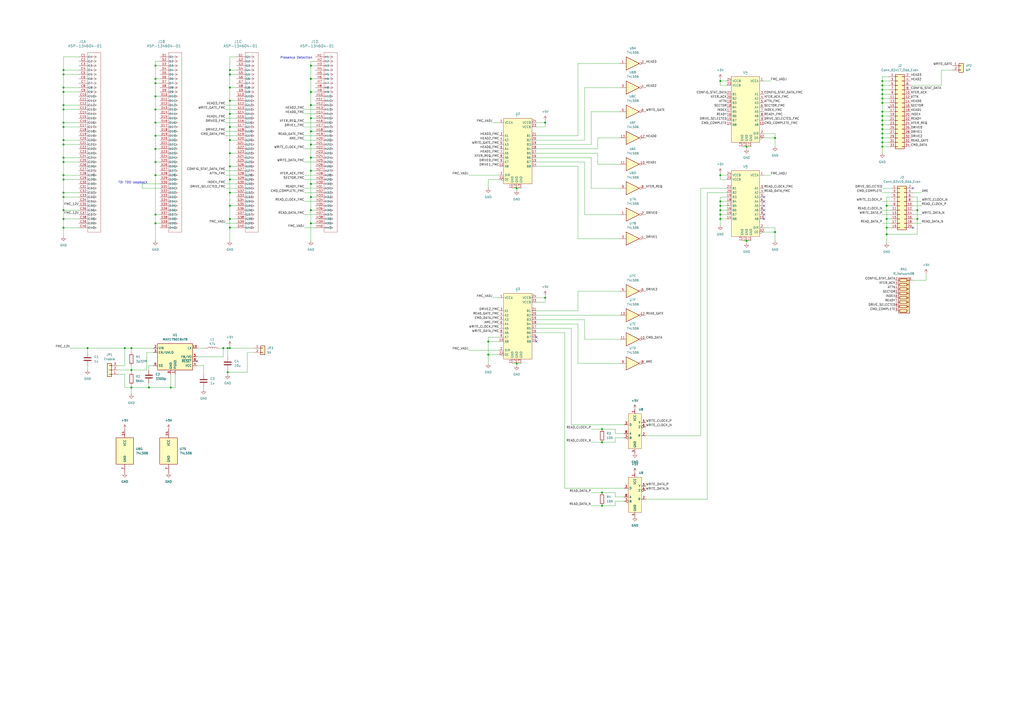
<source format=kicad_sch>
(kicad_sch (version 20230121) (generator eeschema)
  (paper "A2")
  (lib_symbols
    (symbol "74xx:74LS06" (pin_names (offset 1.016))
      (property "Reference" "U" (at 0 1.27 0))
      (property "Value" "74LS06" (at 0 -1.27 0))
      (symbol "74LS06_1_0"
        (pin input line (at -7.62 0 0) (length 3.81) (name "~") (number "1"))
        (pin open_collector inverted (at 7.62 0 180) (length 3.81) (name "~") (number "2"))
      )
      (symbol "74LS06_2_0"
        (pin input line (at -7.62 0 0) (length 3.81) (name "~") (number "3"))
        (pin open_collector inverted (at 7.62 0 180) (length 3.81) (name "~") (number "4"))
      )
      (symbol "74LS06_3_0"
        (pin input line (at -7.62 0 0) (length 3.81) (name "~") (number "5"))
        (pin open_collector inverted (at 7.62 0 180) (length 3.81) (name "~") (number "6"))
      )
      (symbol "74LS06_4_0"
        (pin open_collector inverted (at 7.62 0 180) (length 3.81) (name "~") (number "8"))
        (pin input line (at -7.62 0 0) (length 3.81) (name "~") (number "9"))
      )
      (symbol "74LS06_5_0"
        (pin open_collector inverted (at 7.62 0 180) (length 3.81) (name "~") (number "10"))
        (pin input line (at -7.62 0 0) (length 3.81) (name "~") (number "11"))
      )
      (symbol "74LS06_6_0"
        (pin open_collector inverted (at 7.62 0 180) (length 3.81) (name "~") (number "12"))
        (pin input line (at -7.62 0 0) (length 3.81) (name "~") (number "13"))
      )
      (symbol "74LS06_7_0"
        (pin power_in line (at 0 12.7 270) (length 5.08) (name "VCC") (number "14"))
        (pin power_in line (at 0 -12.7 90) (length 5.08) (name "GND") (number "7"))
      )
    )
    (symbol "Connector_Generic:Conn_01x02" (pin_names (offset 1.016) hide)
      (property "Reference" "J" (at 0 2.54 0))
      (property "Value" "Conn_01x02" (at 0 -5.08 0))
      (symbol "Conn_01x02_1_1"
        (pin passive line (at -5.08 0 0) (length 3.81) (name "Pin_1") (number "1"))
        (pin passive line (at -5.08 -2.54 0) (length 3.81) (name "Pin_2") (number "2"))
      )
    )
    (symbol "Connector_Generic:Conn_01x03" (pin_names (offset 1.016) hide)
      (property "Reference" "J" (at 0 5.08 0))
      (property "Value" "Conn_01x03" (at 0 -5.08 0))
      (symbol "Conn_01x03_1_1"
        (pin passive line (at -5.08 2.54 0) (length 3.81) (name "Pin_1") (number "1"))
        (pin passive line (at -5.08 0 0) (length 3.81) (name "Pin_2") (number "2"))
        (pin passive line (at -5.08 -2.54 0) (length 3.81) (name "Pin_3") (number "3"))
      )
    )
    (symbol "Connector_Generic:Conn_02x10_Odd_Even" (pin_names (offset 1.016) hide)
      (property "Reference" "J" (at 1.27 12.7 0))
      (property "Value" "Conn_02x10_Odd_Even" (at 1.27 -15.24 0))
      (symbol "Conn_02x10_Odd_Even_1_1"
        (pin passive line (at -5.08 10.16 0) (length 3.81) (name "Pin_1") (number "1"))
        (pin passive line (at 7.62 0 180) (length 3.81) (name "Pin_10") (number "10"))
        (pin passive line (at -5.08 -2.54 0) (length 3.81) (name "Pin_11") (number "11"))
        (pin passive line (at 7.62 -2.54 180) (length 3.81) (name "Pin_12") (number "12"))
        (pin passive line (at -5.08 -5.08 0) (length 3.81) (name "Pin_13") (number "13"))
        (pin passive line (at 7.62 -5.08 180) (length 3.81) (name "Pin_14") (number "14"))
        (pin passive line (at -5.08 -7.62 0) (length 3.81) (name "Pin_15") (number "15"))
        (pin passive line (at 7.62 -7.62 180) (length 3.81) (name "Pin_16") (number "16"))
        (pin passive line (at -5.08 -10.16 0) (length 3.81) (name "Pin_17") (number "17"))
        (pin passive line (at 7.62 -10.16 180) (length 3.81) (name "Pin_18") (number "18"))
        (pin passive line (at -5.08 -12.7 0) (length 3.81) (name "Pin_19") (number "19"))
        (pin passive line (at 7.62 10.16 180) (length 3.81) (name "Pin_2") (number "2"))
        (pin passive line (at 7.62 -12.7 180) (length 3.81) (name "Pin_20") (number "20"))
        (pin passive line (at -5.08 7.62 0) (length 3.81) (name "Pin_3") (number "3"))
        (pin passive line (at 7.62 7.62 180) (length 3.81) (name "Pin_4") (number "4"))
        (pin passive line (at -5.08 5.08 0) (length 3.81) (name "Pin_5") (number "5"))
        (pin passive line (at 7.62 5.08 180) (length 3.81) (name "Pin_6") (number "6"))
        (pin passive line (at -5.08 2.54 0) (length 3.81) (name "Pin_7") (number "7"))
        (pin passive line (at 7.62 2.54 180) (length 3.81) (name "Pin_8") (number "8"))
        (pin passive line (at -5.08 0 0) (length 3.81) (name "Pin_9") (number "9"))
      )
    )
    (symbol "Connector_Generic:Conn_02x17_Odd_Even" (pin_names (offset 1.016) hide)
      (property "Reference" "J" (at 1.27 22.86 0))
      (property "Value" "Conn_02x17_Odd_Even" (at 1.27 -22.86 0))
      (symbol "Conn_02x17_Odd_Even_1_1"
        (pin passive line (at -5.08 20.32 0) (length 3.81) (name "Pin_1") (number "1"))
        (pin passive line (at 7.62 10.16 180) (length 3.81) (name "Pin_10") (number "10"))
        (pin passive line (at -5.08 7.62 0) (length 3.81) (name "Pin_11") (number "11"))
        (pin passive line (at 7.62 7.62 180) (length 3.81) (name "Pin_12") (number "12"))
        (pin passive line (at -5.08 5.08 0) (length 3.81) (name "Pin_13") (number "13"))
        (pin passive line (at 7.62 5.08 180) (length 3.81) (name "Pin_14") (number "14"))
        (pin passive line (at -5.08 2.54 0) (length 3.81) (name "Pin_15") (number "15"))
        (pin passive line (at 7.62 2.54 180) (length 3.81) (name "Pin_16") (number "16"))
        (pin passive line (at -5.08 0 0) (length 3.81) (name "Pin_17") (number "17"))
        (pin passive line (at 7.62 0 180) (length 3.81) (name "Pin_18") (number "18"))
        (pin passive line (at -5.08 -2.54 0) (length 3.81) (name "Pin_19") (number "19"))
        (pin passive line (at 7.62 20.32 180) (length 3.81) (name "Pin_2") (number "2"))
        (pin passive line (at 7.62 -2.54 180) (length 3.81) (name "Pin_20") (number "20"))
        (pin passive line (at -5.08 -5.08 0) (length 3.81) (name "Pin_21") (number "21"))
        (pin passive line (at 7.62 -5.08 180) (length 3.81) (name "Pin_22") (number "22"))
        (pin passive line (at -5.08 -7.62 0) (length 3.81) (name "Pin_23") (number "23"))
        (pin passive line (at 7.62 -7.62 180) (length 3.81) (name "Pin_24") (number "24"))
        (pin passive line (at -5.08 -10.16 0) (length 3.81) (name "Pin_25") (number "25"))
        (pin passive line (at 7.62 -10.16 180) (length 3.81) (name "Pin_26") (number "26"))
        (pin passive line (at -5.08 -12.7 0) (length 3.81) (name "Pin_27") (number "27"))
        (pin passive line (at 7.62 -12.7 180) (length 3.81) (name "Pin_28") (number "28"))
        (pin passive line (at -5.08 -15.24 0) (length 3.81) (name "Pin_29") (number "29"))
        (pin passive line (at -5.08 17.78 0) (length 3.81) (name "Pin_3") (number "3"))
        (pin passive line (at 7.62 -15.24 180) (length 3.81) (name "Pin_30") (number "30"))
        (pin passive line (at -5.08 -17.78 0) (length 3.81) (name "Pin_31") (number "31"))
        (pin passive line (at 7.62 -17.78 180) (length 3.81) (name "Pin_32") (number "32"))
        (pin passive line (at -5.08 -20.32 0) (length 3.81) (name "Pin_33") (number "33"))
        (pin passive line (at 7.62 -20.32 180) (length 3.81) (name "Pin_34") (number "34"))
        (pin passive line (at 7.62 17.78 180) (length 3.81) (name "Pin_4") (number "4"))
        (pin passive line (at -5.08 15.24 0) (length 3.81) (name "Pin_5") (number "5"))
        (pin passive line (at 7.62 15.24 180) (length 3.81) (name "Pin_6") (number "6"))
        (pin passive line (at -5.08 12.7 0) (length 3.81) (name "Pin_7") (number "7"))
        (pin passive line (at 7.62 12.7 180) (length 3.81) (name "Pin_8") (number "8"))
        (pin passive line (at -5.08 10.16 0) (length 3.81) (name "Pin_9") (number "9"))
      )
    )
    (symbol "Device:C" (pin_numbers hide) (pin_names (offset 0.254))
      (property "Reference" "C" (at 0.635 2.54 0))
      (property "Value" "C" (at 0.635 -2.54 0))
      (symbol "C_1_1"
        (pin passive line (at 0 3.81 270) (length 2.794) (name "~") (number "1"))
        (pin passive line (at 0 -3.81 90) (length 2.794) (name "~") (number "2"))
      )
    )
    (symbol "Device:L" (pin_numbers hide) (pin_names (offset 1.016) hide)
      (property "Reference" "L" (at -1.27 0 90))
      (property "Value" "L" (at 1.905 0 90))
      (symbol "L_1_1"
        (pin passive line (at 0 3.81 270) (length 1.27) (name "1") (number "1"))
        (pin passive line (at 0 -3.81 90) (length 1.27) (name "2") (number "2"))
      )
    )
    (symbol "Device:R" (pin_numbers hide) (pin_names (offset 0))
      (property "Reference" "R" (at 2.032 0 90))
      (property "Value" "R" (at 0 0 90))
      (symbol "R_1_1"
        (pin passive line (at 0 3.81 270) (length 1.27) (name "~") (number "1"))
        (pin passive line (at 0 -3.81 90) (length 1.27) (name "~") (number "2"))
      )
    )
    (symbol "Device:R_Network08" (pin_names (offset 0) hide)
      (property "Reference" "RN" (at -12.7 0 90))
      (property "Value" "R_Network08" (at 10.16 0 90))
      (symbol "R_Network08_1_1"
        (pin passive line (at -10.16 5.08 270) (length 2.54) (name "common") (number "1"))
        (pin passive line (at -10.16 -5.08 90) (length 1.27) (name "R1") (number "2"))
        (pin passive line (at -7.62 -5.08 90) (length 1.27) (name "R2") (number "3"))
        (pin passive line (at -5.08 -5.08 90) (length 1.27) (name "R3") (number "4"))
        (pin passive line (at -2.54 -5.08 90) (length 1.27) (name "R4") (number "5"))
        (pin passive line (at 0 -5.08 90) (length 1.27) (name "R5") (number "6"))
        (pin passive line (at 2.54 -5.08 90) (length 1.27) (name "R6") (number "7"))
        (pin passive line (at 5.08 -5.08 90) (length 1.27) (name "R7") (number "8"))
        (pin passive line (at 7.62 -5.08 90) (length 1.27) (name "R8") (number "9"))
      )
    )
    (symbol "FMC:ASP-134604-01" (pin_names (offset 0.254))
      (property "Reference" "J" (at 8.89 6.35 0))
      (property "Value" "ASP-134604-01" (at 0 0 0))
      (symbol "ASP-134604-01_1_1"
        (pin unspecified line (at 0 0 0) (length 5.08) (name "C1") (number "C1"))
        (pin unspecified line (at 0 -22.86 0) (length 5.08) (name "C10") (number "C10"))
        (pin unspecified line (at 0 -25.4 0) (length 5.08) (name "C11") (number "C11"))
        (pin unspecified line (at 0 -27.94 0) (length 5.08) (name "C12") (number "C12"))
        (pin unspecified line (at 0 -30.48 0) (length 5.08) (name "C13") (number "C13"))
        (pin unspecified line (at 0 -33.02 0) (length 5.08) (name "C14") (number "C14"))
        (pin unspecified line (at 0 -35.56 0) (length 5.08) (name "C15") (number "C15"))
        (pin unspecified line (at 0 -38.1 0) (length 5.08) (name "C16") (number "C16"))
        (pin unspecified line (at 0 -40.64 0) (length 5.08) (name "C17") (number "C17"))
        (pin unspecified line (at 0 -43.18 0) (length 5.08) (name "C18") (number "C18"))
        (pin unspecified line (at 0 -45.72 0) (length 5.08) (name "C19") (number "C19"))
        (pin unspecified line (at 0 -2.54 0) (length 5.08) (name "C2") (number "C2"))
        (pin unspecified line (at 0 -48.26 0) (length 5.08) (name "C20") (number "C20"))
        (pin unspecified line (at 0 -50.8 0) (length 5.08) (name "C21") (number "C21"))
        (pin unspecified line (at 0 -53.34 0) (length 5.08) (name "C22") (number "C22"))
        (pin unspecified line (at 0 -55.88 0) (length 5.08) (name "C23") (number "C23"))
        (pin unspecified line (at 0 -58.42 0) (length 5.08) (name "C24") (number "C24"))
        (pin unspecified line (at 0 -60.96 0) (length 5.08) (name "C25") (number "C25"))
        (pin unspecified line (at 0 -63.5 0) (length 5.08) (name "C26") (number "C26"))
        (pin unspecified line (at 0 -66.04 0) (length 5.08) (name "C27") (number "C27"))
        (pin unspecified line (at 0 -68.58 0) (length 5.08) (name "C28") (number "C28"))
        (pin unspecified line (at 0 -71.12 0) (length 5.08) (name "C29") (number "C29"))
        (pin unspecified line (at 0 -5.08 0) (length 5.08) (name "C3") (number "C3"))
        (pin unspecified line (at 0 -73.66 0) (length 5.08) (name "C30") (number "C30"))
        (pin unspecified line (at 0 -76.2 0) (length 5.08) (name "C31") (number "C31"))
        (pin unspecified line (at 0 -78.74 0) (length 5.08) (name "C32") (number "C32"))
        (pin unspecified line (at 0 -81.28 0) (length 5.08) (name "C33") (number "C33"))
        (pin unspecified line (at 0 -83.82 0) (length 5.08) (name "C34") (number "C34"))
        (pin unspecified line (at 0 -86.36 0) (length 5.08) (name "C35") (number "C35"))
        (pin unspecified line (at 0 -88.9 0) (length 5.08) (name "C36") (number "C36"))
        (pin unspecified line (at 0 -91.44 0) (length 5.08) (name "C37") (number "C37"))
        (pin unspecified line (at 0 -93.98 0) (length 5.08) (name "C38") (number "C38"))
        (pin unspecified line (at 0 -96.52 0) (length 5.08) (name "C39") (number "C39"))
        (pin unspecified line (at 0 -7.62 0) (length 5.08) (name "C4") (number "C4"))
        (pin unspecified line (at 0 -99.06 0) (length 5.08) (name "C40") (number "C40"))
        (pin unspecified line (at 0 -10.16 0) (length 5.08) (name "C5") (number "C5"))
        (pin unspecified line (at 0 -12.7 0) (length 5.08) (name "C6") (number "C6"))
        (pin unspecified line (at 0 -15.24 0) (length 5.08) (name "C7") (number "C7"))
        (pin unspecified line (at 0 -17.78 0) (length 5.08) (name "C8") (number "C8"))
        (pin unspecified line (at 0 -20.32 0) (length 5.08) (name "C9") (number "C9"))
      )
      (symbol "ASP-134604-01_1_2"
        (pin unspecified line (at 0 0 0) (length 5.08) (name "C1") (number "C1"))
        (pin unspecified line (at 0 -22.86 0) (length 5.08) (name "C10") (number "C10"))
        (pin unspecified line (at 0 -25.4 0) (length 5.08) (name "C11") (number "C11"))
        (pin unspecified line (at 0 -27.94 0) (length 5.08) (name "C12") (number "C12"))
        (pin unspecified line (at 0 -30.48 0) (length 5.08) (name "C13") (number "C13"))
        (pin unspecified line (at 0 -33.02 0) (length 5.08) (name "C14") (number "C14"))
        (pin unspecified line (at 0 -35.56 0) (length 5.08) (name "C15") (number "C15"))
        (pin unspecified line (at 0 -38.1 0) (length 5.08) (name "C16") (number "C16"))
        (pin unspecified line (at 0 -40.64 0) (length 5.08) (name "C17") (number "C17"))
        (pin unspecified line (at 0 -43.18 0) (length 5.08) (name "C18") (number "C18"))
        (pin unspecified line (at 0 -45.72 0) (length 5.08) (name "C19") (number "C19"))
        (pin unspecified line (at 0 -2.54 0) (length 5.08) (name "C2") (number "C2"))
        (pin unspecified line (at 0 -48.26 0) (length 5.08) (name "C20") (number "C20"))
        (pin unspecified line (at 0 -50.8 0) (length 5.08) (name "C21") (number "C21"))
        (pin unspecified line (at 0 -53.34 0) (length 5.08) (name "C22") (number "C22"))
        (pin unspecified line (at 0 -55.88 0) (length 5.08) (name "C23") (number "C23"))
        (pin unspecified line (at 0 -58.42 0) (length 5.08) (name "C24") (number "C24"))
        (pin unspecified line (at 0 -60.96 0) (length 5.08) (name "C25") (number "C25"))
        (pin unspecified line (at 0 -63.5 0) (length 5.08) (name "C26") (number "C26"))
        (pin unspecified line (at 0 -66.04 0) (length 5.08) (name "C27") (number "C27"))
        (pin unspecified line (at 0 -68.58 0) (length 5.08) (name "C28") (number "C28"))
        (pin unspecified line (at 0 -71.12 0) (length 5.08) (name "C29") (number "C29"))
        (pin unspecified line (at 0 -5.08 0) (length 5.08) (name "C3") (number "C3"))
        (pin unspecified line (at 0 -73.66 0) (length 5.08) (name "C30") (number "C30"))
        (pin unspecified line (at 0 -76.2 0) (length 5.08) (name "C31") (number "C31"))
        (pin unspecified line (at 0 -78.74 0) (length 5.08) (name "C32") (number "C32"))
        (pin unspecified line (at 0 -81.28 0) (length 5.08) (name "C33") (number "C33"))
        (pin unspecified line (at 0 -83.82 0) (length 5.08) (name "C34") (number "C34"))
        (pin unspecified line (at 0 -86.36 0) (length 5.08) (name "C35") (number "C35"))
        (pin unspecified line (at 0 -88.9 0) (length 5.08) (name "C36") (number "C36"))
        (pin unspecified line (at 0 -91.44 0) (length 5.08) (name "C37") (number "C37"))
        (pin unspecified line (at 0 -93.98 0) (length 5.08) (name "C38") (number "C38"))
        (pin unspecified line (at 0 -96.52 0) (length 5.08) (name "C39") (number "C39"))
        (pin unspecified line (at 0 -7.62 0) (length 5.08) (name "C4") (number "C4"))
        (pin unspecified line (at 0 -99.06 0) (length 5.08) (name "C40") (number "C40"))
        (pin unspecified line (at 0 -10.16 0) (length 5.08) (name "C5") (number "C5"))
        (pin unspecified line (at 0 -12.7 0) (length 5.08) (name "C6") (number "C6"))
        (pin unspecified line (at 0 -15.24 0) (length 5.08) (name "C7") (number "C7"))
        (pin unspecified line (at 0 -17.78 0) (length 5.08) (name "C8") (number "C8"))
        (pin unspecified line (at 0 -20.32 0) (length 5.08) (name "C9") (number "C9"))
      )
      (symbol "ASP-134604-01_2_1"
        (pin unspecified line (at 0 0 0) (length 5.08) (name "D1") (number "D1"))
        (pin unspecified line (at 0 -22.86 0) (length 5.08) (name "D10") (number "D10"))
        (pin unspecified line (at 0 -25.4 0) (length 5.08) (name "D11") (number "D11"))
        (pin unspecified line (at 0 -27.94 0) (length 5.08) (name "D12") (number "D12"))
        (pin unspecified line (at 0 -30.48 0) (length 5.08) (name "D13") (number "D13"))
        (pin unspecified line (at 0 -33.02 0) (length 5.08) (name "D14") (number "D14"))
        (pin unspecified line (at 0 -35.56 0) (length 5.08) (name "D15") (number "D15"))
        (pin unspecified line (at 0 -38.1 0) (length 5.08) (name "D16") (number "D16"))
        (pin unspecified line (at 0 -40.64 0) (length 5.08) (name "D17") (number "D17"))
        (pin unspecified line (at 0 -43.18 0) (length 5.08) (name "D18") (number "D18"))
        (pin unspecified line (at 0 -45.72 0) (length 5.08) (name "D19") (number "D19"))
        (pin unspecified line (at 0 -2.54 0) (length 5.08) (name "D2") (number "D2"))
        (pin unspecified line (at 0 -48.26 0) (length 5.08) (name "D20") (number "D20"))
        (pin unspecified line (at 0 -50.8 0) (length 5.08) (name "D21") (number "D21"))
        (pin unspecified line (at 0 -53.34 0) (length 5.08) (name "D22") (number "D22"))
        (pin unspecified line (at 0 -55.88 0) (length 5.08) (name "D23") (number "D23"))
        (pin unspecified line (at 0 -58.42 0) (length 5.08) (name "D24") (number "D24"))
        (pin unspecified line (at 0 -60.96 0) (length 5.08) (name "D25") (number "D25"))
        (pin unspecified line (at 0 -63.5 0) (length 5.08) (name "D26") (number "D26"))
        (pin unspecified line (at 0 -66.04 0) (length 5.08) (name "D27") (number "D27"))
        (pin unspecified line (at 0 -68.58 0) (length 5.08) (name "D28") (number "D28"))
        (pin unspecified line (at 0 -71.12 0) (length 5.08) (name "D29") (number "D29"))
        (pin unspecified line (at 0 -5.08 0) (length 5.08) (name "D3") (number "D3"))
        (pin unspecified line (at 0 -73.66 0) (length 5.08) (name "D30") (number "D30"))
        (pin unspecified line (at 0 -76.2 0) (length 5.08) (name "D31") (number "D31"))
        (pin unspecified line (at 0 -78.74 0) (length 5.08) (name "D32") (number "D32"))
        (pin unspecified line (at 0 -81.28 0) (length 5.08) (name "D33") (number "D33"))
        (pin unspecified line (at 0 -83.82 0) (length 5.08) (name "D34") (number "D34"))
        (pin unspecified line (at 0 -86.36 0) (length 5.08) (name "D35") (number "D35"))
        (pin unspecified line (at 0 -88.9 0) (length 5.08) (name "D36") (number "D36"))
        (pin unspecified line (at 0 -91.44 0) (length 5.08) (name "D37") (number "D37"))
        (pin unspecified line (at 0 -93.98 0) (length 5.08) (name "D38") (number "D38"))
        (pin unspecified line (at 0 -96.52 0) (length 5.08) (name "D39") (number "D39"))
        (pin unspecified line (at 0 -7.62 0) (length 5.08) (name "D4") (number "D4"))
        (pin unspecified line (at 0 -99.06 0) (length 5.08) (name "D40") (number "D40"))
        (pin unspecified line (at 0 -10.16 0) (length 5.08) (name "D5") (number "D5"))
        (pin unspecified line (at 0 -12.7 0) (length 5.08) (name "D6") (number "D6"))
        (pin unspecified line (at 0 -15.24 0) (length 5.08) (name "D7") (number "D7"))
        (pin unspecified line (at 0 -17.78 0) (length 5.08) (name "D8") (number "D8"))
        (pin unspecified line (at 0 -20.32 0) (length 5.08) (name "D9") (number "D9"))
      )
      (symbol "ASP-134604-01_2_2"
        (pin unspecified line (at 0 0 0) (length 5.08) (name "D1") (number "D1"))
        (pin unspecified line (at 0 -22.86 0) (length 5.08) (name "D10") (number "D10"))
        (pin unspecified line (at 0 -25.4 0) (length 5.08) (name "D11") (number "D11"))
        (pin unspecified line (at 0 -27.94 0) (length 5.08) (name "D12") (number "D12"))
        (pin unspecified line (at 0 -30.48 0) (length 5.08) (name "D13") (number "D13"))
        (pin unspecified line (at 0 -33.02 0) (length 5.08) (name "D14") (number "D14"))
        (pin unspecified line (at 0 -35.56 0) (length 5.08) (name "D15") (number "D15"))
        (pin unspecified line (at 0 -38.1 0) (length 5.08) (name "D16") (number "D16"))
        (pin unspecified line (at 0 -40.64 0) (length 5.08) (name "D17") (number "D17"))
        (pin unspecified line (at 0 -43.18 0) (length 5.08) (name "D18") (number "D18"))
        (pin unspecified line (at 0 -45.72 0) (length 5.08) (name "D19") (number "D19"))
        (pin unspecified line (at 0 -2.54 0) (length 5.08) (name "D2") (number "D2"))
        (pin unspecified line (at 0 -48.26 0) (length 5.08) (name "D20") (number "D20"))
        (pin unspecified line (at 0 -50.8 0) (length 5.08) (name "D21") (number "D21"))
        (pin unspecified line (at 0 -53.34 0) (length 5.08) (name "D22") (number "D22"))
        (pin unspecified line (at 0 -55.88 0) (length 5.08) (name "D23") (number "D23"))
        (pin unspecified line (at 0 -58.42 0) (length 5.08) (name "D24") (number "D24"))
        (pin unspecified line (at 0 -60.96 0) (length 5.08) (name "D25") (number "D25"))
        (pin unspecified line (at 0 -63.5 0) (length 5.08) (name "D26") (number "D26"))
        (pin unspecified line (at 0 -66.04 0) (length 5.08) (name "D27") (number "D27"))
        (pin unspecified line (at 0 -68.58 0) (length 5.08) (name "D28") (number "D28"))
        (pin unspecified line (at 0 -71.12 0) (length 5.08) (name "D29") (number "D29"))
        (pin unspecified line (at 0 -5.08 0) (length 5.08) (name "D3") (number "D3"))
        (pin unspecified line (at 0 -73.66 0) (length 5.08) (name "D30") (number "D30"))
        (pin unspecified line (at 0 -76.2 0) (length 5.08) (name "D31") (number "D31"))
        (pin unspecified line (at 0 -78.74 0) (length 5.08) (name "D32") (number "D32"))
        (pin unspecified line (at 0 -81.28 0) (length 5.08) (name "D33") (number "D33"))
        (pin unspecified line (at 0 -83.82 0) (length 5.08) (name "D34") (number "D34"))
        (pin unspecified line (at 0 -86.36 0) (length 5.08) (name "D35") (number "D35"))
        (pin unspecified line (at 0 -88.9 0) (length 5.08) (name "D36") (number "D36"))
        (pin unspecified line (at 0 -91.44 0) (length 5.08) (name "D37") (number "D37"))
        (pin unspecified line (at 0 -93.98 0) (length 5.08) (name "D38") (number "D38"))
        (pin unspecified line (at 0 -96.52 0) (length 5.08) (name "D39") (number "D39"))
        (pin unspecified line (at 0 -7.62 0) (length 5.08) (name "D4") (number "D4"))
        (pin unspecified line (at 0 -99.06 0) (length 5.08) (name "D40") (number "D40"))
        (pin unspecified line (at 0 -10.16 0) (length 5.08) (name "D5") (number "D5"))
        (pin unspecified line (at 0 -12.7 0) (length 5.08) (name "D6") (number "D6"))
        (pin unspecified line (at 0 -15.24 0) (length 5.08) (name "D7") (number "D7"))
        (pin unspecified line (at 0 -17.78 0) (length 5.08) (name "D8") (number "D8"))
        (pin unspecified line (at 0 -20.32 0) (length 5.08) (name "D9") (number "D9"))
      )
      (symbol "ASP-134604-01_3_1"
        (pin unspecified line (at 0 0 0) (length 5.08) (name "G1") (number "G1"))
        (pin unspecified line (at 0 -22.86 0) (length 5.08) (name "G10") (number "G10"))
        (pin unspecified line (at 0 -25.4 0) (length 5.08) (name "G11") (number "G11"))
        (pin unspecified line (at 0 -27.94 0) (length 5.08) (name "G12") (number "G12"))
        (pin unspecified line (at 0 -30.48 0) (length 5.08) (name "G13") (number "G13"))
        (pin unspecified line (at 0 -33.02 0) (length 5.08) (name "G14") (number "G14"))
        (pin unspecified line (at 0 -35.56 0) (length 5.08) (name "G15") (number "G15"))
        (pin unspecified line (at 0 -38.1 0) (length 5.08) (name "G16") (number "G16"))
        (pin unspecified line (at 0 -40.64 0) (length 5.08) (name "G17") (number "G17"))
        (pin unspecified line (at 0 -43.18 0) (length 5.08) (name "G18") (number "G18"))
        (pin unspecified line (at 0 -45.72 0) (length 5.08) (name "G19") (number "G19"))
        (pin unspecified line (at 0 -2.54 0) (length 5.08) (name "G2") (number "G2"))
        (pin unspecified line (at 0 -48.26 0) (length 5.08) (name "G20") (number "G20"))
        (pin unspecified line (at 0 -50.8 0) (length 5.08) (name "G21") (number "G21"))
        (pin unspecified line (at 0 -53.34 0) (length 5.08) (name "G22") (number "G22"))
        (pin unspecified line (at 0 -55.88 0) (length 5.08) (name "G23") (number "G23"))
        (pin unspecified line (at 0 -58.42 0) (length 5.08) (name "G24") (number "G24"))
        (pin unspecified line (at 0 -60.96 0) (length 5.08) (name "G25") (number "G25"))
        (pin unspecified line (at 0 -63.5 0) (length 5.08) (name "G26") (number "G26"))
        (pin unspecified line (at 0 -66.04 0) (length 5.08) (name "G27") (number "G27"))
        (pin unspecified line (at 0 -68.58 0) (length 5.08) (name "G28") (number "G28"))
        (pin unspecified line (at 0 -71.12 0) (length 5.08) (name "G29") (number "G29"))
        (pin unspecified line (at 0 -5.08 0) (length 5.08) (name "G3") (number "G3"))
        (pin unspecified line (at 0 -73.66 0) (length 5.08) (name "G30") (number "G30"))
        (pin unspecified line (at 0 -76.2 0) (length 5.08) (name "G31") (number "G31"))
        (pin unspecified line (at 0 -78.74 0) (length 5.08) (name "G32") (number "G32"))
        (pin unspecified line (at 0 -81.28 0) (length 5.08) (name "G33") (number "G33"))
        (pin unspecified line (at 0 -83.82 0) (length 5.08) (name "G34") (number "G34"))
        (pin unspecified line (at 0 -86.36 0) (length 5.08) (name "G35") (number "G35"))
        (pin unspecified line (at 0 -88.9 0) (length 5.08) (name "G36") (number "G36"))
        (pin unspecified line (at 0 -91.44 0) (length 5.08) (name "G37") (number "G37"))
        (pin unspecified line (at 0 -93.98 0) (length 5.08) (name "G38") (number "G38"))
        (pin unspecified line (at 0 -96.52 0) (length 5.08) (name "G39") (number "G39"))
        (pin unspecified line (at 0 -7.62 0) (length 5.08) (name "G4") (number "G4"))
        (pin unspecified line (at 0 -99.06 0) (length 5.08) (name "G40") (number "G40"))
        (pin unspecified line (at 0 -10.16 0) (length 5.08) (name "G5") (number "G5"))
        (pin unspecified line (at 0 -12.7 0) (length 5.08) (name "G6") (number "G6"))
        (pin unspecified line (at 0 -15.24 0) (length 5.08) (name "G7") (number "G7"))
        (pin unspecified line (at 0 -17.78 0) (length 5.08) (name "G8") (number "G8"))
        (pin unspecified line (at 0 -20.32 0) (length 5.08) (name "G9") (number "G9"))
      )
      (symbol "ASP-134604-01_3_2"
        (pin unspecified line (at 0 0 0) (length 5.08) (name "G1") (number "G1"))
        (pin unspecified line (at 0 -22.86 0) (length 5.08) (name "G10") (number "G10"))
        (pin unspecified line (at 0 -25.4 0) (length 5.08) (name "G11") (number "G11"))
        (pin unspecified line (at 0 -27.94 0) (length 5.08) (name "G12") (number "G12"))
        (pin unspecified line (at 0 -30.48 0) (length 5.08) (name "G13") (number "G13"))
        (pin unspecified line (at 0 -33.02 0) (length 5.08) (name "G14") (number "G14"))
        (pin unspecified line (at 0 -35.56 0) (length 5.08) (name "G15") (number "G15"))
        (pin unspecified line (at 0 -38.1 0) (length 5.08) (name "G16") (number "G16"))
        (pin unspecified line (at 0 -40.64 0) (length 5.08) (name "G17") (number "G17"))
        (pin unspecified line (at 0 -43.18 0) (length 5.08) (name "G18") (number "G18"))
        (pin unspecified line (at 0 -45.72 0) (length 5.08) (name "G19") (number "G19"))
        (pin unspecified line (at 0 -2.54 0) (length 5.08) (name "G2") (number "G2"))
        (pin unspecified line (at 0 -48.26 0) (length 5.08) (name "G20") (number "G20"))
        (pin unspecified line (at 0 -50.8 0) (length 5.08) (name "G21") (number "G21"))
        (pin unspecified line (at 0 -53.34 0) (length 5.08) (name "G22") (number "G22"))
        (pin unspecified line (at 0 -55.88 0) (length 5.08) (name "G23") (number "G23"))
        (pin unspecified line (at 0 -58.42 0) (length 5.08) (name "G24") (number "G24"))
        (pin unspecified line (at 0 -60.96 0) (length 5.08) (name "G25") (number "G25"))
        (pin unspecified line (at 0 -63.5 0) (length 5.08) (name "G26") (number "G26"))
        (pin unspecified line (at 0 -66.04 0) (length 5.08) (name "G27") (number "G27"))
        (pin unspecified line (at 0 -68.58 0) (length 5.08) (name "G28") (number "G28"))
        (pin unspecified line (at 0 -71.12 0) (length 5.08) (name "G29") (number "G29"))
        (pin unspecified line (at 0 -5.08 0) (length 5.08) (name "G3") (number "G3"))
        (pin unspecified line (at 0 -73.66 0) (length 5.08) (name "G30") (number "G30"))
        (pin unspecified line (at 0 -76.2 0) (length 5.08) (name "G31") (number "G31"))
        (pin unspecified line (at 0 -78.74 0) (length 5.08) (name "G32") (number "G32"))
        (pin unspecified line (at 0 -81.28 0) (length 5.08) (name "G33") (number "G33"))
        (pin unspecified line (at 0 -83.82 0) (length 5.08) (name "G34") (number "G34"))
        (pin unspecified line (at 0 -86.36 0) (length 5.08) (name "G35") (number "G35"))
        (pin unspecified line (at 0 -88.9 0) (length 5.08) (name "G36") (number "G36"))
        (pin unspecified line (at 0 -91.44 0) (length 5.08) (name "G37") (number "G37"))
        (pin unspecified line (at 0 -93.98 0) (length 5.08) (name "G38") (number "G38"))
        (pin unspecified line (at 0 -96.52 0) (length 5.08) (name "G39") (number "G39"))
        (pin unspecified line (at 0 -7.62 0) (length 5.08) (name "G4") (number "G4"))
        (pin unspecified line (at 0 -99.06 0) (length 5.08) (name "G40") (number "G40"))
        (pin unspecified line (at 0 -10.16 0) (length 5.08) (name "G5") (number "G5"))
        (pin unspecified line (at 0 -12.7 0) (length 5.08) (name "G6") (number "G6"))
        (pin unspecified line (at 0 -15.24 0) (length 5.08) (name "G7") (number "G7"))
        (pin unspecified line (at 0 -17.78 0) (length 5.08) (name "G8") (number "G8"))
        (pin unspecified line (at 0 -20.32 0) (length 5.08) (name "G9") (number "G9"))
      )
      (symbol "ASP-134604-01_4_1"
        (pin unspecified line (at 0 0 0) (length 5.08) (name "H1") (number "H1"))
        (pin unspecified line (at 0 -22.86 0) (length 5.08) (name "H10") (number "H10"))
        (pin unspecified line (at 0 -25.4 0) (length 5.08) (name "H11") (number "H11"))
        (pin unspecified line (at 0 -27.94 0) (length 5.08) (name "H12") (number "H12"))
        (pin unspecified line (at 0 -30.48 0) (length 5.08) (name "H13") (number "H13"))
        (pin unspecified line (at 0 -33.02 0) (length 5.08) (name "H14") (number "H14"))
        (pin unspecified line (at 0 -35.56 0) (length 5.08) (name "H15") (number "H15"))
        (pin unspecified line (at 0 -38.1 0) (length 5.08) (name "H16") (number "H16"))
        (pin unspecified line (at 0 -40.64 0) (length 5.08) (name "H17") (number "H17"))
        (pin unspecified line (at 0 -43.18 0) (length 5.08) (name "H18") (number "H18"))
        (pin unspecified line (at 0 -45.72 0) (length 5.08) (name "H19") (number "H19"))
        (pin unspecified line (at 0 -2.54 0) (length 5.08) (name "H2") (number "H2"))
        (pin unspecified line (at 0 -48.26 0) (length 5.08) (name "H20") (number "H20"))
        (pin unspecified line (at 0 -50.8 0) (length 5.08) (name "H21") (number "H21"))
        (pin unspecified line (at 0 -53.34 0) (length 5.08) (name "H22") (number "H22"))
        (pin unspecified line (at 0 -55.88 0) (length 5.08) (name "H23") (number "H23"))
        (pin unspecified line (at 0 -58.42 0) (length 5.08) (name "H24") (number "H24"))
        (pin unspecified line (at 0 -60.96 0) (length 5.08) (name "H25") (number "H25"))
        (pin unspecified line (at 0 -63.5 0) (length 5.08) (name "H26") (number "H26"))
        (pin unspecified line (at 0 -66.04 0) (length 5.08) (name "H27") (number "H27"))
        (pin unspecified line (at 0 -68.58 0) (length 5.08) (name "H28") (number "H28"))
        (pin unspecified line (at 0 -71.12 0) (length 5.08) (name "H29") (number "H29"))
        (pin unspecified line (at 0 -5.08 0) (length 5.08) (name "H3") (number "H3"))
        (pin unspecified line (at 0 -73.66 0) (length 5.08) (name "H30") (number "H30"))
        (pin unspecified line (at 0 -76.2 0) (length 5.08) (name "H31") (number "H31"))
        (pin unspecified line (at 0 -78.74 0) (length 5.08) (name "H32") (number "H32"))
        (pin unspecified line (at 0 -81.28 0) (length 5.08) (name "H33") (number "H33"))
        (pin unspecified line (at 0 -83.82 0) (length 5.08) (name "H34") (number "H34"))
        (pin unspecified line (at 0 -86.36 0) (length 5.08) (name "H35") (number "H35"))
        (pin unspecified line (at 0 -88.9 0) (length 5.08) (name "H36") (number "H36"))
        (pin unspecified line (at 0 -91.44 0) (length 5.08) (name "H37") (number "H37"))
        (pin unspecified line (at 0 -93.98 0) (length 5.08) (name "H38") (number "H38"))
        (pin unspecified line (at 0 -96.52 0) (length 5.08) (name "H39") (number "H39"))
        (pin unspecified line (at 0 -7.62 0) (length 5.08) (name "H4") (number "H4"))
        (pin unspecified line (at 0 -99.06 0) (length 5.08) (name "H40") (number "H40"))
        (pin unspecified line (at 0 -10.16 0) (length 5.08) (name "H5") (number "H5"))
        (pin unspecified line (at 0 -12.7 0) (length 5.08) (name "H6") (number "H6"))
        (pin unspecified line (at 0 -15.24 0) (length 5.08) (name "H7") (number "H7"))
        (pin unspecified line (at 0 -17.78 0) (length 5.08) (name "H8") (number "H8"))
        (pin unspecified line (at 0 -20.32 0) (length 5.08) (name "H9") (number "H9"))
      )
      (symbol "ASP-134604-01_4_2"
        (pin unspecified line (at 0 0 0) (length 5.08) (name "H1") (number "H1"))
        (pin unspecified line (at 0 -22.86 0) (length 5.08) (name "H10") (number "H10"))
        (pin unspecified line (at 0 -25.4 0) (length 5.08) (name "H11") (number "H11"))
        (pin unspecified line (at 0 -27.94 0) (length 5.08) (name "H12") (number "H12"))
        (pin unspecified line (at 0 -30.48 0) (length 5.08) (name "H13") (number "H13"))
        (pin unspecified line (at 0 -33.02 0) (length 5.08) (name "H14") (number "H14"))
        (pin unspecified line (at 0 -35.56 0) (length 5.08) (name "H15") (number "H15"))
        (pin unspecified line (at 0 -38.1 0) (length 5.08) (name "H16") (number "H16"))
        (pin unspecified line (at 0 -40.64 0) (length 5.08) (name "H17") (number "H17"))
        (pin unspecified line (at 0 -43.18 0) (length 5.08) (name "H18") (number "H18"))
        (pin unspecified line (at 0 -45.72 0) (length 5.08) (name "H19") (number "H19"))
        (pin unspecified line (at 0 -2.54 0) (length 5.08) (name "H2") (number "H2"))
        (pin unspecified line (at 0 -48.26 0) (length 5.08) (name "H20") (number "H20"))
        (pin unspecified line (at 0 -50.8 0) (length 5.08) (name "H21") (number "H21"))
        (pin unspecified line (at 0 -53.34 0) (length 5.08) (name "H22") (number "H22"))
        (pin unspecified line (at 0 -55.88 0) (length 5.08) (name "H23") (number "H23"))
        (pin unspecified line (at 0 -58.42 0) (length 5.08) (name "H24") (number "H24"))
        (pin unspecified line (at 0 -60.96 0) (length 5.08) (name "H25") (number "H25"))
        (pin unspecified line (at 0 -63.5 0) (length 5.08) (name "H26") (number "H26"))
        (pin unspecified line (at 0 -66.04 0) (length 5.08) (name "H27") (number "H27"))
        (pin unspecified line (at 0 -68.58 0) (length 5.08) (name "H28") (number "H28"))
        (pin unspecified line (at 0 -71.12 0) (length 5.08) (name "H29") (number "H29"))
        (pin unspecified line (at 0 -5.08 0) (length 5.08) (name "H3") (number "H3"))
        (pin unspecified line (at 0 -73.66 0) (length 5.08) (name "H30") (number "H30"))
        (pin unspecified line (at 0 -76.2 0) (length 5.08) (name "H31") (number "H31"))
        (pin unspecified line (at 0 -78.74 0) (length 5.08) (name "H32") (number "H32"))
        (pin unspecified line (at 0 -81.28 0) (length 5.08) (name "H33") (number "H33"))
        (pin unspecified line (at 0 -83.82 0) (length 5.08) (name "H34") (number "H34"))
        (pin unspecified line (at 0 -86.36 0) (length 5.08) (name "H35") (number "H35"))
        (pin unspecified line (at 0 -88.9 0) (length 5.08) (name "H36") (number "H36"))
        (pin unspecified line (at 0 -91.44 0) (length 5.08) (name "H37") (number "H37"))
        (pin unspecified line (at 0 -93.98 0) (length 5.08) (name "H38") (number "H38"))
        (pin unspecified line (at 0 -96.52 0) (length 5.08) (name "H39") (number "H39"))
        (pin unspecified line (at 0 -7.62 0) (length 5.08) (name "H4") (number "H4"))
        (pin unspecified line (at 0 -99.06 0) (length 5.08) (name "H40") (number "H40"))
        (pin unspecified line (at 0 -10.16 0) (length 5.08) (name "H5") (number "H5"))
        (pin unspecified line (at 0 -12.7 0) (length 5.08) (name "H6") (number "H6"))
        (pin unspecified line (at 0 -15.24 0) (length 5.08) (name "H7") (number "H7"))
        (pin unspecified line (at 0 -17.78 0) (length 5.08) (name "H8") (number "H8"))
        (pin unspecified line (at 0 -20.32 0) (length 5.08) (name "H9") (number "H9"))
      )
    )
    (symbol "Regulator_Switching:MAX17501BxTB"
      (property "Reference" "U" (at -8.89 8.89 0))
      (property "Value" "MAX17501BxTB" (at 2.032 8.89 0))
      (symbol "MAX17501BxTB_1_1"
        (pin power_in line (at 0 -10.16 90) (length 2.54) (name "PGND") (number "1"))
        (pin power_out line (at 12.7 5.08 180) (length 2.54) (name "LX") (number "10"))
        (pin passive line (at -2.54 -10.16 90) (length 2.54) hide (name "GND") (number "11"))
        (pin power_in line (at -12.7 5.08 0) (length 2.54) (name "VIN") (number "2"))
        (pin input line (at -12.7 2.54 0) (length 2.54) (name "EN/UVLO") (number "3"))
        (pin power_out line (at 12.7 -5.08 180) (length 2.54) (name "VCC") (number "4"))
        (pin input line (at 12.7 0 180) (length 2.54) (name "FB/VO") (number "5"))
        (pin passive line (at -12.7 -5.08 0) (length 2.54) (name "SS") (number "6"))
        (pin no_connect line (at -10.16 -2.54 0) (length 2.54) hide (name "NC") (number "7"))
        (pin open_collector line (at 12.7 -2.54 180) (length 2.54) (name "~{RESET}") (number "8"))
        (pin power_in line (at -2.54 -10.16 90) (length 2.54) (name "GND") (number "9"))
      )
    )
    (symbol "custom:SN65LBC179"
      (property "Reference" "U" (at 0 0 0))
      (symbol "SN65LBC179_1_1"
        (pin power_in line (at 0 -2.54 270) (length 2.54) (name "VCC") (number "1"))
        (pin output line (at 6.35 -17.78 180) (length 2.54) (name "R") (number "2"))
        (pin input line (at -6.35 -11.43 0) (length 2.54) (name "D") (number "3"))
        (pin power_in line (at 0 -27.94 90) (length 2.54) (name "GND") (number "4"))
        (pin output line (at 6.35 -10.16 180) (length 2.54) (name "Y") (number "5"))
        (pin output inverted (at 6.35 -12.7 180) (length 2.54) (name "Z") (number "6"))
        (pin input inverted (at -6.35 -19.05 0) (length 2.54) (name "B") (number "7"))
        (pin input line (at -6.35 -16.51 0) (length 2.54) (name "A") (number "8"))
      )
    )
    (symbol "custom:SN74LXC8T245"
      (property "Reference" "U" (at 0 0 0))
      (symbol "SN74LXC8T245_1_1"
        (pin power_in line (at -10.16 -3.81 0) (length 2.54) (name "VCCA") (number "1"))
        (pin bidirectional line (at -10.16 -29.21 0) (length 2.54) (name "A8") (number "10"))
        (pin power_in line (at -2.54 -41.91 90) (length 2.54) (name "GND") (number "11"))
        (pin power_in line (at 0 -41.91 90) (length 2.54) (name "GND") (number "12"))
        (pin power_in line (at 2.54 -41.91 90) (length 2.54) (name "GND") (number "13"))
        (pin bidirectional line (at 11.43 -29.21 180) (length 2.54) (name "B8") (number "14"))
        (pin bidirectional line (at 11.43 -26.67 180) (length 2.54) (name "B7") (number "15"))
        (pin bidirectional line (at 11.43 -24.13 180) (length 2.54) (name "B6") (number "16"))
        (pin bidirectional line (at 11.43 -21.59 180) (length 2.54) (name "B5") (number "17"))
        (pin bidirectional line (at 11.43 -19.05 180) (length 2.54) (name "B4") (number "18"))
        (pin bidirectional line (at 11.43 -16.51 180) (length 2.54) (name "B3") (number "19"))
        (pin input line (at -10.16 -34.29 0) (length 2.54) (name "DIR") (number "2"))
        (pin bidirectional line (at 11.43 -13.97 180) (length 2.54) (name "B2") (number "20"))
        (pin bidirectional line (at 11.43 -11.43 180) (length 2.54) (name "B1") (number "21"))
        (pin input inverted (at -10.16 -36.83 0) (length 2.54) (name "OE") (number "22"))
        (pin power_in line (at 11.43 -6.35 180) (length 2.54) (name "VCCB") (number "23"))
        (pin power_in line (at 11.43 -3.81 180) (length 2.54) (name "VCCB") (number "24"))
        (pin bidirectional line (at -10.16 -11.43 0) (length 2.54) (name "A1") (number "3"))
        (pin bidirectional line (at -10.16 -13.97 0) (length 2.54) (name "A2") (number "4"))
        (pin bidirectional line (at -10.16 -16.51 0) (length 2.54) (name "A3") (number "5"))
        (pin bidirectional line (at -10.16 -19.05 0) (length 2.54) (name "A4") (number "6"))
        (pin bidirectional line (at -10.16 -21.59 0) (length 2.54) (name "A5") (number "7"))
        (pin bidirectional line (at -10.16 -24.13 0) (length 2.54) (name "A6") (number "8"))
        (pin bidirectional line (at -10.16 -26.67 0) (length 2.54) (name "A7") (number "9"))
      )
    )
    (symbol "power:+5V" (power) (pin_names (offset 0))
      (property "Value" "+5V" (at 0 3.556 0))
      (symbol "+5V_1_1"
        (pin power_in line (at 0 0 90) (length 0) hide (name "+5V") (number "1"))
      )
    )
    (symbol "power:GND" (power) (pin_names (offset 0))
      (property "Value" "GND" (at 0 -3.81 0))
      (symbol "GND_1_1"
        (pin power_in line (at 0 0 270) (length 0) hide (name "GND") (number "1"))
      )
    )
  )
  (junction (at 76.2 201.93))
  (junction (at 133.35 58.42))
  (junction (at 36.83 114.3))
  (junction (at 133.35 43.18))
  (junction (at 133.35 81.28))
  (junction (at 180.34 129.54))
  (junction (at 90.17 78.74))
  (junction (at 36.83 50.8))
  (junction (at 511.81 52.07))
  (junction (at 180.34 38.1))
  (junction (at 90.17 129.54))
  (junction (at 299.72 210.82))
  (junction (at 316.23 71.12))
  (junction (at 283.21 205.74))
  (junction (at 511.81 64.77))
  (junction (at 449.58 134.62))
  (junction (at 180.34 76.2))
  (junction (at 36.83 91.44))
  (junction (at 90.17 93.98))
  (junction (at 511.81 82.55))
  (junction (at 133.35 104.14))
  (junction (at 90.17 38.1))
  (junction (at 180.34 106.68))
  (junction (at 132.08 201.93))
  (junction (at 90.17 124.46))
  (junction (at 36.83 104.14))
  (junction (at 511.81 74.93))
  (junction (at 417.83 116.84))
  (junction (at 511.81 59.69))
  (junction (at 511.81 72.39))
  (junction (at 299.72 109.22))
  (junction (at 417.83 101.6))
  (junction (at 90.17 45.72))
  (junction (at 129.54 201.93))
  (junction (at 349.25 285.75))
  (junction (at 514.35 132.08))
  (junction (at 36.83 63.5))
  (junction (at 133.35 73.66))
  (junction (at 36.83 81.28))
  (junction (at 90.17 86.36))
  (junction (at 90.17 55.88))
  (junction (at 90.17 48.26))
  (junction (at 36.83 83.82))
  (junction (at 76.2 224.79))
  (junction (at 133.35 96.52))
  (junction (at 417.83 121.92))
  (junction (at 511.81 49.53))
  (junction (at 511.81 54.61))
  (junction (at 36.83 132.08))
  (junction (at 316.23 172.72))
  (junction (at 417.83 119.38))
  (junction (at 133.35 132.08))
  (junction (at 36.83 111.76))
  (junction (at 511.81 85.09))
  (junction (at 86.36 224.79))
  (junction (at 36.83 101.6))
  (junction (at 180.34 91.44))
  (junction (at 36.83 60.96))
  (junction (at 90.17 63.5))
  (junction (at 133.35 50.8))
  (junction (at 511.81 67.31))
  (junction (at 72.39 201.93))
  (junction (at 511.81 69.85))
  (junction (at 36.83 40.64))
  (junction (at 90.17 71.12))
  (junction (at 180.34 114.3))
  (junction (at 132.08 215.9))
  (junction (at 180.34 60.96))
  (junction (at 349.25 293.37))
  (junction (at 180.34 99.06))
  (junction (at 514.35 135.89))
  (junction (at 283.21 198.12))
  (junction (at 532.13 127))
  (junction (at 133.35 201.93))
  (junction (at 133.35 111.76))
  (junction (at 532.13 121.92))
  (junction (at 180.34 53.34))
  (junction (at 180.34 83.82))
  (junction (at 349.25 248.92))
  (junction (at 36.83 43.18))
  (junction (at 180.34 121.92))
  (junction (at 36.83 121.92))
  (junction (at 99.06 224.79))
  (junction (at 514.35 127))
  (junction (at 50.8 201.93))
  (junction (at 511.81 80.01))
  (junction (at 133.35 88.9))
  (junction (at 36.83 73.66))
  (junction (at 36.83 127))
  (junction (at 90.17 101.6))
  (junction (at 417.83 46.99))
  (junction (at 133.35 40.64))
  (junction (at 433.07 85.09))
  (junction (at 133.35 66.04))
  (junction (at 180.34 68.58))
  (junction (at 417.83 127))
  (junction (at 36.83 71.12))
  (junction (at 511.81 46.99))
  (junction (at 514.35 119.38))
  (junction (at 417.83 124.46))
  (junction (at 433.07 139.7))
  (junction (at 36.83 93.98))
  (junction (at 76.2 214.63))
  (junction (at 449.58 80.01))
  (junction (at 133.35 127))
  (junction (at 36.83 53.34))
  (junction (at 511.81 77.47))
  (junction (at 180.34 45.72))
  (junction (at 511.81 57.15))
  (junction (at 349.25 256.54))
  (junction (at 133.35 119.38))
  (no_connect (at 529.59 109.22))
  (no_connect (at 529.59 132.08))
  (no_connect (at 114.3 209.55))
  (no_connect (at 515.62 62.23))
  (no_connect (at 443.23 124.46))
  (no_connect (at 311.15 198.12))
  (no_connect (at 311.15 195.58))
  (no_connect (at 443.23 114.3))
  (no_connect (at 443.23 127))
  (no_connect (at 443.23 121.92))
  (no_connect (at 443.23 116.84))
  (no_connect (at 443.23 119.38))
  (wire (pts (xy 40.64 201.93) (xy 50.8 201.93)))
  (wire (pts (xy 92.71 106.68) (xy 82.55 106.68)))
  (wire (pts (xy 132.08 201.93) (xy 133.35 201.93)))
  (wire (pts (xy 92.71 63.5) (xy 90.17 63.5)))
  (wire (pts (xy 176.53 111.76) (xy 182.88 111.76)))
  (wire (pts (xy 137.16 132.08) (xy 133.35 132.08)))
  (wire (pts (xy 515.62 52.07) (xy 511.81 52.07)))
  (wire (pts (xy 417.83 127) (xy 417.83 130.81)))
  (wire (pts (xy 311.15 172.72) (xy 316.23 172.72)))
  (wire (pts (xy 342.9 91.44) (xy 342.9 109.22)))
  (wire (pts (xy 349.25 285.75) (xy 356.87 285.75)))
  (wire (pts (xy 130.81 106.68) (xy 137.16 106.68)))
  (wire (pts (xy 176.53 63.5) (xy 182.88 63.5)))
  (wire (pts (xy 342.9 293.37) (xy 349.25 293.37)))
  (wire (pts (xy 180.34 68.58) (xy 180.34 76.2)))
  (wire (pts (xy 36.83 53.34) (xy 36.83 60.96)))
  (wire (pts (xy 515.62 64.77) (xy 511.81 64.77)))
  (wire (pts (xy 283.21 195.58) (xy 289.56 195.58)))
  (wire (pts (xy 45.72 104.14) (xy 36.83 104.14)))
  (wire (pts (xy 335.28 138.43) (xy 359.41 138.43)))
  (wire (pts (xy 339.09 185.42) (xy 311.15 185.42)))
  (wire (pts (xy 133.35 119.38) (xy 133.35 127)))
  (wire (pts (xy 72.39 212.09) (xy 72.39 201.93)))
  (wire (pts (xy 515.62 49.53) (xy 511.81 49.53)))
  (wire (pts (xy 299.72 210.82) (xy 299.72 212.09)))
  (wire (pts (xy 339.09 50.8) (xy 359.41 50.8)))
  (wire (pts (xy 359.41 196.85) (xy 339.09 196.85)))
  (wire (pts (xy 180.34 114.3) (xy 180.34 121.92)))
  (wire (pts (xy 511.81 67.31) (xy 511.81 69.85)))
  (wire (pts (xy 316.23 69.85) (xy 316.23 71.12)))
  (wire (pts (xy 283.21 205.74) (xy 283.21 210.82)))
  (wire (pts (xy 180.34 99.06) (xy 180.34 106.68)))
  (wire (pts (xy 356.87 254) (xy 361.95 254)))
  (wire (pts (xy 342.9 109.22) (xy 359.41 109.22)))
  (wire (pts (xy 342.9 64.77) (xy 359.41 64.77)))
  (wire (pts (xy 443.23 80.01) (xy 449.58 80.01)))
  (wire (pts (xy 118.11 224.79) (xy 118.11 226.06)))
  (wire (pts (xy 342.9 83.82) (xy 342.9 64.77)))
  (wire (pts (xy 516.89 119.38) (xy 514.35 119.38)))
  (wire (pts (xy 86.36 224.79) (xy 99.06 224.79)))
  (wire (pts (xy 271.78 203.2) (xy 289.56 203.2)))
  (wire (pts (xy 349.25 248.92) (xy 356.87 248.92)))
  (wire (pts (xy 36.83 132.08) (xy 45.72 132.08)))
  (wire (pts (xy 182.88 38.1) (xy 180.34 38.1)))
  (wire (pts (xy 433.07 85.09) (xy 435.61 85.09)))
  (wire (pts (xy 342.9 248.92) (xy 349.25 248.92)))
  (wire (pts (xy 433.07 139.7) (xy 435.61 139.7)))
  (wire (pts (xy 72.39 201.93) (xy 76.2 201.93)))
  (wire (pts (xy 86.36 214.63) (xy 86.36 212.09)))
  (wire (pts (xy 137.16 104.14) (xy 133.35 104.14)))
  (wire (pts (xy 449.58 134.62) (xy 449.58 139.7)))
  (wire (pts (xy 72.39 224.79) (xy 76.2 224.79)))
  (wire (pts (xy 511.81 111.76) (xy 516.89 111.76)))
  (wire (pts (xy 421.64 127) (xy 417.83 127)))
  (wire (pts (xy 417.83 114.3) (xy 417.83 116.84)))
  (wire (pts (xy 515.62 82.55) (xy 511.81 82.55)))
  (wire (pts (xy 339.09 81.28) (xy 339.09 50.8)))
  (wire (pts (xy 90.17 38.1) (xy 90.17 45.72)))
  (wire (pts (xy 92.71 101.6) (xy 90.17 101.6)))
  (wire (pts (xy 180.34 38.1) (xy 180.34 45.72)))
  (wire (pts (xy 511.81 54.61) (xy 511.81 57.15)))
  (wire (pts (xy 356.87 290.83) (xy 361.95 290.83)))
  (wire (pts (xy 346.71 95.25) (xy 359.41 95.25)))
  (wire (pts (xy 137.16 81.28) (xy 133.35 81.28)))
  (wire (pts (xy 449.58 80.01) (xy 449.58 85.09)))
  (wire (pts (xy 182.88 53.34) (xy 180.34 53.34)))
  (wire (pts (xy 90.17 129.54) (xy 90.17 139.7)))
  (wire (pts (xy 132.08 201.93) (xy 132.08 207.01)))
  (wire (pts (xy 511.81 57.15) (xy 511.81 59.69)))
  (wire (pts (xy 443.23 46.99) (xy 447.04 46.99)))
  (wire (pts (xy 311.15 180.34) (xy 335.28 180.34)))
  (wire (pts (xy 182.88 91.44) (xy 180.34 91.44)))
  (wire (pts (xy 511.81 121.92) (xy 516.89 121.92)))
  (wire (pts (xy 515.62 46.99) (xy 511.81 46.99)))
  (wire (pts (xy 182.88 45.72) (xy 180.34 45.72)))
  (wire (pts (xy 511.81 129.54) (xy 516.89 129.54)))
  (wire (pts (xy 514.35 127) (xy 514.35 132.08)))
  (wire (pts (xy 421.64 46.99) (xy 417.83 46.99)))
  (wire (pts (xy 176.53 101.6) (xy 182.88 101.6)))
  (wire (pts (xy 331.47 190.5) (xy 331.47 246.38)))
  (wire (pts (xy 86.36 222.25) (xy 86.36 224.79)))
  (wire (pts (xy 529.59 116.84) (xy 534.67 116.84)))
  (wire (pts (xy 335.28 78.74) (xy 335.28 36.83)))
  (wire (pts (xy 335.28 36.83) (xy 359.41 36.83)))
  (wire (pts (xy 433.07 139.7) (xy 433.07 140.97)))
  (wire (pts (xy 176.53 73.66) (xy 182.88 73.66)))
  (wire (pts (xy 359.41 210.82) (xy 335.28 210.82)))
  (wire (pts (xy 356.87 288.29) (xy 361.95 288.29)))
  (wire (pts (xy 283.21 198.12) (xy 289.56 198.12)))
  (wire (pts (xy 529.59 127) (xy 532.13 127)))
  (wire (pts (xy 271.78 101.6) (xy 289.56 101.6)))
  (wire (pts (xy 114.3 212.09) (xy 118.11 212.09)))
  (wire (pts (xy 421.64 121.92) (xy 417.83 121.92)))
  (wire (pts (xy 36.83 71.12) (xy 36.83 73.66)))
  (wire (pts (xy 130.81 129.54) (xy 137.16 129.54)))
  (wire (pts (xy 45.72 93.98) (xy 36.83 93.98)))
  (wire (pts (xy 529.59 119.38) (xy 534.67 119.38)))
  (wire (pts (xy 137.16 58.42) (xy 133.35 58.42)))
  (wire (pts (xy 417.83 116.84) (xy 417.83 119.38)))
  (wire (pts (xy 180.34 121.92) (xy 180.34 129.54)))
  (wire (pts (xy 180.34 106.68) (xy 180.34 114.3)))
  (wire (pts (xy 130.81 68.58) (xy 137.16 68.58)))
  (wire (pts (xy 182.88 129.54) (xy 180.34 129.54)))
  (wire (pts (xy 45.72 101.6) (xy 36.83 101.6)))
  (wire (pts (xy 176.53 86.36) (xy 182.88 86.36)))
  (wire (pts (xy 45.72 121.92) (xy 36.83 121.92)))
  (wire (pts (xy 311.15 93.98) (xy 339.09 93.98)))
  (wire (pts (xy 92.71 55.88) (xy 90.17 55.88)))
  (wire (pts (xy 443.23 134.62) (xy 449.58 134.62)))
  (wire (pts (xy 133.35 73.66) (xy 133.35 81.28)))
  (wire (pts (xy 299.72 210.82) (xy 302.26 210.82)))
  (wire (pts (xy 90.17 101.6) (xy 90.17 124.46)))
  (wire (pts (xy 36.83 43.18) (xy 45.72 43.18)))
  (wire (pts (xy 283.21 195.58) (xy 283.21 198.12)))
  (wire (pts (xy 36.83 114.3) (xy 36.83 121.92)))
  (wire (pts (xy 433.07 85.09) (xy 433.07 86.36)))
  (wire (pts (xy 532.13 127) (xy 532.13 135.89)))
  (wire (pts (xy 335.28 96.52) (xy 335.28 138.43)))
  (wire (pts (xy 356.87 293.37) (xy 356.87 290.83)))
  (wire (pts (xy 72.39 217.17) (xy 72.39 224.79)))
  (wire (pts (xy 133.35 40.64) (xy 133.35 43.18)))
  (wire (pts (xy 137.16 111.76) (xy 133.35 111.76)))
  (wire (pts (xy 515.62 85.09) (xy 511.81 85.09)))
  (wire (pts (xy 45.72 81.28) (xy 36.83 81.28)))
  (wire (pts (xy 421.64 124.46) (xy 417.83 124.46)))
  (wire (pts (xy 182.88 68.58) (xy 180.34 68.58)))
  (wire (pts (xy 88.9 204.47) (xy 85.09 204.47)))
  (wire (pts (xy 90.17 48.26) (xy 92.71 48.26)))
  (wire (pts (xy 316.23 175.26) (xy 316.23 172.72)))
  (wire (pts (xy 36.83 73.66) (xy 36.83 81.28)))
  (wire (pts (xy 311.15 88.9) (xy 346.71 88.9)))
  (wire (pts (xy 176.53 93.98) (xy 182.88 93.98)))
  (wire (pts (xy 130.81 63.5) (xy 137.16 63.5)))
  (wire (pts (xy 76.2 201.93) (xy 88.9 201.93)))
  (wire (pts (xy 180.34 129.54) (xy 180.34 139.7)))
  (wire (pts (xy 417.83 49.53) (xy 417.83 46.99)))
  (wire (pts (xy 532.13 135.89) (xy 514.35 135.89)))
  (wire (pts (xy 180.34 60.96) (xy 180.34 68.58)))
  (wire (pts (xy 421.64 116.84) (xy 417.83 116.84)))
  (wire (pts (xy 99.06 217.17) (xy 99.06 224.79)))
  (wire (pts (xy 180.34 91.44) (xy 180.34 99.06)))
  (wire (pts (xy 176.53 81.28) (xy 182.88 81.28)))
  (wire (pts (xy 374.65 289.56) (xy 410.21 289.56)))
  (wire (pts (xy 36.83 50.8) (xy 45.72 50.8)))
  (wire (pts (xy 90.17 124.46) (xy 90.17 129.54)))
  (wire (pts (xy 182.88 76.2) (xy 180.34 76.2)))
  (wire (pts (xy 515.62 44.45) (xy 511.81 44.45)))
  (wire (pts (xy 356.87 256.54) (xy 356.87 254)))
  (wire (pts (xy 410.21 289.56) (xy 410.21 111.76)))
  (wire (pts (xy 311.15 175.26) (xy 316.23 175.26)))
  (wire (pts (xy 90.17 78.74) (xy 90.17 86.36)))
  (wire (pts (xy 92.71 71.12) (xy 90.17 71.12)))
  (wire (pts (xy 421.64 114.3) (xy 417.83 114.3)))
  (wire (pts (xy 283.21 198.12) (xy 283.21 205.74)))
  (wire (pts (xy 289.56 205.74) (xy 283.21 205.74)))
  (wire (pts (xy 430.53 85.09) (xy 433.07 85.09)))
  (wire (pts (xy 129.54 207.01) (xy 129.54 201.93)))
  (wire (pts (xy 36.83 127) (xy 36.83 132.08)))
  (wire (pts (xy 137.16 73.66) (xy 133.35 73.66)))
  (wire (pts (xy 285.75 172.72) (xy 289.56 172.72)))
  (wire (pts (xy 546.1 49.53) (xy 528.32 49.53)))
  (wire (pts (xy 180.34 45.72) (xy 180.34 53.34)))
  (wire (pts (xy 311.15 73.66) (xy 316.23 73.66)))
  (wire (pts (xy 176.53 71.12) (xy 182.88 71.12)))
  (wire (pts (xy 289.56 104.14) (xy 283.21 104.14)))
  (wire (pts (xy 511.81 72.39) (xy 511.81 74.93)))
  (wire (pts (xy 92.71 93.98) (xy 90.17 93.98)))
  (wire (pts (xy 127 201.93) (xy 129.54 201.93)))
  (wire (pts (xy 516.89 127) (xy 514.35 127)))
  (wire (pts (xy 176.53 66.04) (xy 182.88 66.04)))
  (wire (pts (xy 374.65 252.73) (xy 406.4 252.73)))
  (wire (pts (xy 339.09 93.98) (xy 339.09 124.46)))
  (wire (pts (xy 36.83 50.8) (xy 36.83 53.34)))
  (wire (pts (xy 130.81 99.06) (xy 137.16 99.06)))
  (wire (pts (xy 180.34 53.34) (xy 180.34 60.96)))
  (wire (pts (xy 50.8 201.93) (xy 72.39 201.93)))
  (wire (pts (xy 68.58 212.09) (xy 72.39 212.09)))
  (wire (pts (xy 339.09 124.46) (xy 359.41 124.46)))
  (wire (pts (xy 132.08 214.63) (xy 132.08 215.9)))
  (wire (pts (xy 132.08 215.9) (xy 132.08 217.17)))
  (wire (pts (xy 36.83 121.92) (xy 36.83 127)))
  (wire (pts (xy 133.35 127) (xy 133.35 132.08)))
  (wire (pts (xy 92.71 45.72) (xy 90.17 45.72)))
  (wire (pts (xy 532.13 114.3) (xy 532.13 121.92)))
  (wire (pts (xy 443.23 101.6) (xy 447.04 101.6)))
  (wire (pts (xy 45.72 33.02) (xy 36.83 33.02)))
  (wire (pts (xy 335.28 210.82) (xy 335.28 187.96)))
  (wire (pts (xy 137.16 127) (xy 133.35 127)))
  (wire (pts (xy 417.83 101.6) (xy 417.83 100.33)))
  (wire (pts (xy 327.66 283.21) (xy 361.95 283.21)))
  (wire (pts (xy 532.13 121.92) (xy 532.13 127)))
  (wire (pts (xy 143.51 215.9) (xy 132.08 215.9)))
  (wire (pts (xy 45.72 114.3) (xy 36.83 114.3)))
  (wire (pts (xy 68.58 217.17) (xy 72.39 217.17)))
  (wire (pts (xy 133.35 40.64) (xy 137.16 40.64)))
  (wire (pts (xy 36.83 91.44) (xy 36.83 93.98)))
  (wire (pts (xy 133.35 201.93) (xy 133.35 200.66)))
  (wire (pts (xy 114.3 207.01) (xy 129.54 207.01)))
  (wire (pts (xy 356.87 285.75) (xy 356.87 288.29)))
  (wire (pts (xy 182.88 60.96) (xy 180.34 60.96)))
  (wire (pts (xy 50.8 201.93) (xy 50.8 204.47)))
  (wire (pts (xy 511.81 85.09) (xy 511.81 88.9)))
  (wire (pts (xy 285.75 71.12) (xy 289.56 71.12)))
  (wire (pts (xy 514.35 132.08) (xy 514.35 135.89)))
  (wire (pts (xy 346.71 86.36) (xy 346.71 80.01)))
  (wire (pts (xy 299.72 109.22) (xy 299.72 110.49)))
  (wire (pts (xy 511.81 109.22) (xy 516.89 109.22)))
  (wire (pts (xy 36.83 132.08) (xy 36.83 137.16)))
  (wire (pts (xy 515.62 77.47) (xy 511.81 77.47)))
  (wire (pts (xy 90.17 55.88) (xy 90.17 63.5)))
  (wire (pts (xy 90.17 35.56) (xy 90.17 38.1)))
  (wire (pts (xy 86.36 212.09) (xy 88.9 212.09)))
  (wire (pts (xy 182.88 106.68) (xy 180.34 106.68)))
  (wire (pts (xy 92.71 35.56) (xy 90.17 35.56)))
  (wire (pts (xy 316.23 172.72) (xy 316.23 171.45)))
  (wire (pts (xy 101.6 224.79) (xy 99.06 224.79)))
  (wire (pts (xy 45.72 127) (xy 36.83 127)))
  (wire (pts (xy 130.81 71.12) (xy 137.16 71.12)))
  (wire (pts (xy 76.2 212.09) (xy 76.2 214.63)))
  (wire (pts (xy 180.34 83.82) (xy 180.34 91.44)))
  (wire (pts (xy 114.3 201.93) (xy 119.38 201.93)))
  (wire (pts (xy 82.55 109.22) (xy 92.71 109.22)))
  (wire (pts (xy 133.35 33.02) (xy 133.35 40.64)))
  (wire (pts (xy 529.59 121.92) (xy 532.13 121.92)))
  (wire (pts (xy 182.88 83.82) (xy 180.34 83.82)))
  (wire (pts (xy 537.21 162.56) (xy 537.21 158.75)))
  (wire (pts (xy 515.62 67.31) (xy 511.81 67.31)))
  (wire (pts (xy 36.83 104.14) (xy 36.83 111.76)))
  (wire (pts (xy 137.16 88.9) (xy 133.35 88.9)))
  (wire (pts (xy 133.35 104.14) (xy 133.35 111.76)))
  (wire (pts (xy 45.72 111.76) (xy 36.83 111.76)))
  (wire (pts (xy 515.62 54.61) (xy 511.81 54.61)))
  (wire (pts (xy 349.25 293.37) (xy 356.87 293.37)))
  (wire (pts (xy 297.18 109.22) (xy 299.72 109.22)))
  (wire (pts (xy 515.62 69.85) (xy 511.81 69.85)))
  (wire (pts (xy 511.81 82.55) (xy 511.81 85.09)))
  (wire (pts (xy 449.58 132.08) (xy 449.58 134.62)))
  (wire (pts (xy 90.17 45.72) (xy 90.17 48.26)))
  (wire (pts (xy 133.35 88.9) (xy 133.35 96.52)))
  (wire (pts (xy 511.81 52.07) (xy 511.81 54.61)))
  (wire (pts (xy 50.8 212.09) (xy 50.8 214.63)))
  (wire (pts (xy 130.81 109.22) (xy 137.16 109.22)))
  (wire (pts (xy 311.15 190.5) (xy 331.47 190.5)))
  (wire (pts (xy 349.25 256.54) (xy 356.87 256.54)))
  (wire (pts (xy 82.55 106.68) (xy 82.55 109.22)))
  (wire (pts (xy 133.35 81.28) (xy 133.35 88.9)))
  (wire (pts (xy 86.36 224.79) (xy 76.2 224.79)))
  (wire (pts (xy 297.18 210.82) (xy 299.72 210.82)))
  (wire (pts (xy 421.64 101.6) (xy 417.83 101.6)))
  (wire (pts (xy 515.62 80.01) (xy 511.81 80.01)))
  (wire (pts (xy 36.83 43.18) (xy 36.83 50.8)))
  (wire (pts (xy 514.35 135.89) (xy 514.35 140.97)))
  (wire (pts (xy 311.15 91.44) (xy 342.9 91.44)))
  (wire (pts (xy 36.83 101.6) (xy 36.83 104.14)))
  (wire (pts (xy 130.81 76.2) (xy 137.16 76.2)))
  (wire (pts (xy 311.15 193.04) (xy 327.66 193.04)))
  (wire (pts (xy 137.16 50.8) (xy 133.35 50.8)))
  (wire (pts (xy 130.81 78.74) (xy 137.16 78.74)))
  (wire (pts (xy 335.28 187.96) (xy 311.15 187.96)))
  (wire (pts (xy 515.62 72.39) (xy 511.81 72.39)))
  (wire (pts (xy 515.62 74.93) (xy 511.81 74.93)))
  (wire (pts (xy 130.81 60.96) (xy 137.16 60.96)))
  (wire (pts (xy 311.15 81.28) (xy 339.09 81.28)))
  (wire (pts (xy 90.17 71.12) (xy 90.17 78.74)))
  (wire (pts (xy 406.4 252.73) (xy 406.4 109.22)))
  (wire (pts (xy 346.71 88.9) (xy 346.71 95.25)))
  (wire (pts (xy 182.88 35.56) (xy 180.34 35.56)))
  (wire (pts (xy 36.83 93.98) (xy 36.83 101.6)))
  (wire (pts (xy 76.2 224.79) (xy 76.2 228.6)))
  (wire (pts (xy 137.16 43.18) (xy 133.35 43.18)))
  (wire (pts (xy 182.88 121.92) (xy 180.34 121.92)))
  (wire (pts (xy 176.53 124.46) (xy 182.88 124.46)))
  (wire (pts (xy 68.58 214.63) (xy 76.2 214.63)))
  (wire (pts (xy 45.72 91.44) (xy 36.83 91.44)))
  (wire (pts (xy 331.47 246.38) (xy 361.95 246.38)))
  (wire (pts (xy 36.83 111.76) (xy 36.83 114.3)))
  (wire (pts (xy 511.81 77.47) (xy 511.81 80.01)))
  (wire (pts (xy 327.66 193.04) (xy 327.66 283.21)))
  (wire (pts (xy 299.72 109.22) (xy 302.26 109.22)))
  (wire (pts (xy 421.64 104.14) (xy 417.83 104.14)))
  (wire (pts (xy 36.83 53.34) (xy 45.72 53.34)))
  (wire (pts (xy 133.35 96.52) (xy 133.35 104.14)))
  (wire (pts (xy 85.09 204.47) (xy 85.09 214.63)))
  (wire (pts (xy 417.83 121.92) (xy 417.83 124.46)))
  (wire (pts (xy 101.6 217.17) (xy 101.6 224.79)))
  (wire (pts (xy 421.64 119.38) (xy 417.83 119.38)))
  (wire (pts (xy 529.59 129.54) (xy 534.67 129.54)))
  (wire (pts (xy 335.28 168.91) (xy 359.41 168.91)))
  (wire (pts (xy 90.17 38.1) (xy 92.71 38.1)))
  (wire (pts (xy 511.81 80.01) (xy 511.81 82.55)))
  (wire (pts (xy 443.23 132.08) (xy 449.58 132.08)))
  (wire (pts (xy 36.83 83.82) (xy 45.72 83.82)))
  (wire (pts (xy 356.87 248.92) (xy 356.87 251.46)))
  (wire (pts (xy 335.28 180.34) (xy 335.28 168.91)))
  (wire (pts (xy 511.81 69.85) (xy 511.81 72.39)))
  (wire (pts (xy 511.81 59.69) (xy 511.81 64.77)))
  (wire (pts (xy 417.83 104.14) (xy 417.83 101.6)))
  (wire (pts (xy 137.16 96.52) (xy 133.35 96.52)))
  (wire (pts (xy 417.83 46.99) (xy 417.83 45.72)))
  (wire (pts (xy 176.53 104.14) (xy 182.88 104.14)))
  (wire (pts (xy 511.81 116.84) (xy 516.89 116.84)))
  (wire (pts (xy 283.21 104.14) (xy 283.21 109.22)))
  (wire (pts (xy 316.23 71.12) (xy 311.15 71.12)))
  (wire (pts (xy 133.35 43.18) (xy 133.35 50.8)))
  (wire (pts (xy 36.83 63.5) (xy 45.72 63.5)))
  (wire (pts (xy 311.15 96.52) (xy 335.28 96.52)))
  (wire (pts (xy 180.34 76.2) (xy 180.34 83.82)))
  (wire (pts (xy 137.16 119.38) (xy 133.35 119.38)))
  (wire (pts (xy 92.71 129.54) (xy 90.17 129.54)))
  (wire (pts (xy 356.87 251.46) (xy 361.95 251.46)))
  (wire (pts (xy 339.09 196.85) (xy 339.09 185.42)))
  (wire (pts (xy 514.35 114.3) (xy 514.35 119.38)))
  (wire (pts (xy 410.21 111.76) (xy 421.64 111.76)))
  (wire (pts (xy 529.59 114.3) (xy 532.13 114.3)))
  (wire (pts (xy 36.83 81.28) (xy 36.83 83.82)))
  (wire (pts (xy 90.17 93.98) (xy 90.17 101.6)))
  (wire (pts (xy 342.9 285.75) (xy 349.25 285.75)))
  (wire (pts (xy 92.71 78.74) (xy 90.17 78.74)))
  (wire (pts (xy 421.64 49.53) (xy 417.83 49.53)))
  (wire (pts (xy 36.83 73.66) (xy 45.72 73.66)))
  (wire (pts (xy 176.53 116.84) (xy 182.88 116.84)))
  (wire (pts (xy 133.35 58.42) (xy 133.35 66.04)))
  (wire (pts (xy 511.81 64.77) (xy 511.81 67.31)))
  (wire (pts (xy 76.2 214.63) (xy 85.09 214.63)))
  (wire (pts (xy 133.35 50.8) (xy 133.35 58.42)))
  (wire (pts (xy 36.83 33.02) (xy 36.83 40.64)))
  (wire (pts (xy 342.9 256.54) (xy 349.25 256.54)))
  (wire (pts (xy 516.89 132.08) (xy 514.35 132.08)))
  (wire (pts (xy 137.16 33.02) (xy 133.35 33.02)))
  (wire (pts (xy 118.11 212.09) (xy 118.11 217.17)))
  (wire (pts (xy 511.81 49.53) (xy 511.81 52.07)))
  (wire (pts (xy 143.51 204.47) (xy 143.51 215.9)))
  (wire (pts (xy 511.81 124.46) (xy 516.89 124.46)))
  (wire (pts (xy 147.32 204.47) (xy 143.51 204.47)))
  (wire (pts (xy 129.54 201.93) (xy 132.08 201.93)))
  (wire (pts (xy 92.71 86.36) (xy 90.17 86.36)))
  (wire (pts (xy 406.4 109.22) (xy 421.64 109.22)))
  (wire (pts (xy 137.16 66.04) (xy 133.35 66.04)))
  (wire (pts (xy 311.15 78.74) (xy 335.28 78.74)))
  (wire (pts (xy 529.59 124.46) (xy 534.67 124.46)))
  (wire (pts (xy 316.23 73.66) (xy 316.23 71.12)))
  (wire (pts (xy 133.35 201.93) (xy 147.32 201.93)))
  (wire (pts (xy 417.83 124.46) (xy 417.83 127)))
  (wire (pts (xy 449.58 77.47) (xy 449.58 80.01)))
  (wire (pts (xy 76.2 223.52) (xy 76.2 224.79)))
  (wire (pts (xy 133.35 132.08) (xy 133.35 139.7)))
  (wire (pts (xy 182.88 99.06) (xy 180.34 99.06)))
  (wire (pts (xy 529.59 162.56) (xy 537.21 162.56)))
  (wire (pts (xy 92.71 124.46) (xy 90.17 124.46)))
  (wire (pts (xy 90.17 63.5) (xy 90.17 71.12)))
  (wire (pts (xy 36.83 40.64) (xy 36.83 43.18)))
  (wire (pts (xy 516.89 114.3) (xy 514.35 114.3)))
  (wire (pts (xy 417.83 119.38) (xy 417.83 121.92)))
  (wire (pts (xy 133.35 66.04) (xy 133.35 73.66)))
  (wire (pts (xy 311.15 83.82) (xy 342.9 83.82)))
  (wire (pts (xy 430.53 139.7) (xy 433.07 139.7)))
  (wire (pts (xy 45.72 40.64) (xy 36.83 40.64)))
  (wire (pts (xy 546.1 40.64) (xy 546.1 49.53)))
  (wire (pts (xy 90.17 48.26) (xy 90.17 55.88)))
  (wire (pts (xy 180.34 35.56) (xy 180.34 38.1)))
  (wire (pts (xy 511.81 46.99) (xy 511.81 49.53)))
  (wire (pts (xy 36.83 60.96) (xy 45.72 60.96)))
  (wire (pts (xy 346.71 80.01) (xy 359.41 80.01)))
  (wire (pts (xy 36.83 60.96) (xy 36.83 63.5)))
  (wire (pts (xy 90.17 86.36) (xy 90.17 93.98)))
  (wire (pts (xy 133.35 111.76) (xy 133.35 119.38)))
  (wire (pts (xy 311.15 86.36) (xy 346.71 86.36)))
  (wire (pts (xy 311.15 182.88) (xy 359.41 182.88)))
  (wire (pts (xy 443.23 77.47) (xy 449.58 77.47)))
  (wire (pts (xy 529.59 111.76) (xy 534.67 111.76)))
  (wire (pts (xy 36.83 71.12) (xy 45.72 71.12)))
  (wire (pts (xy 182.88 114.3) (xy 180.34 114.3)))
  (wire (pts (xy 515.62 57.15) (xy 511.81 57.15)))
  (wire (pts (xy 514.35 119.38) (xy 514.35 127)))
  (wire (pts (xy 76.2 214.63) (xy 76.2 215.9)))
  (wire (pts (xy 515.62 59.69) (xy 511.81 59.69)))
  (wire (pts (xy 36.83 83.82) (xy 36.83 91.44)))
  (wire (pts (xy 511.81 74.93) (xy 511.81 77.47)))
  (wire (pts (xy 511.81 44.45) (xy 511.81 46.99)))
  (wire (pts (xy 36.83 63.5) (xy 36.83 71.12)))
  (wire (pts (xy 552.45 40.64) (xy 546.1 40.64)))
  (wire (pts (xy 176.53 78.74) (xy 182.88 78.74)))
  (wire (pts (xy 176.53 132.08) (xy 182.88 132.08)))
  (wire (pts (xy 76.2 201.93) (xy 76.2 204.47)))
  (wire (pts (xy 176.53 109.22) (xy 182.88 109.22)))
  (wire (pts (xy 130.81 101.6) (xy 137.16 101.6)))
  (text "TDI TDO loopback" (at 68.58 106.68 0) (effects (font (size 1.27 1.27)) (justify left bottom)))
  (text "Presence Detection" (at 162.56 34.29 0) (effects (font (size 1.27 1.27)) (justify left bottom)))
  (label "READ_CLOCK_N" (at 342.9 256.54 180))
  (label "WRITE_DATA_N" (at 534.67 124.46 0))
  (label "READ_CLOCK_P" (at 342.9 248.92 180))
  (label "HEAD0" (at 374.65 80.01 0))
  (label "DRIVE0_FMC" (at 130.81 71.12 180))
  (label "WRITE_GATE_FMC" (at 130.81 63.5 180))
  (label "CMD_COMPLETE" (at 511.81 111.76 180))
  (label "DRIVE2" (at 528.32 80.01 0))
  (label "READY" (at 528.32 69.85 0))
  (label "CMD_COMPLETE" (at 519.43 180.34 180))
  (label "HEAD2_FMC" (at 176.53 63.5 180))
  (label "READ_GATE" (at 374.65 182.88 0))
  (label "DRIVE_SELECTED_FMC" (at 443.23 69.85 0))
  (label "WRITE_CLOCK_P" (at 511.81 116.84 180))
  (label "XFER_ACK_FMC" (at 443.23 57.15 0))
  (label "DRIVE2_FMC" (at 130.81 76.2 180))
  (label "FMC_12V" (at 40.64 201.93 180))
  (label "CONFIG_STAT_DATA" (at 519.43 162.56 180))
  (label "WRITE_GATE" (at 552.45 38.1 180))
  (label "ATTN" (at 528.32 57.15 0))
  (label "DRIVE2" (at 374.65 168.91 0))
  (label "READ_DATA_FMC" (at 176.53 124.46 180))
  (label "READ_CLOCK_FMC" (at 443.23 109.22 0))
  (label "WRITE_CLOCK_FMC" (at 289.56 190.5 180))
  (label "ATTN_FMC" (at 130.81 101.6 180))
  (label "XFER_REQ" (at 528.32 72.39 0))
  (label "CMD_DATA_FMC" (at 289.56 185.42 180))
  (label "AME_FMC" (at 176.53 81.28 180))
  (label "FMC_VADJ" (at 271.78 203.2 180))
  (label "READ_DATA_FMC" (at 443.23 111.76 0))
  (label "XFER_REQ_FMC" (at 176.53 71.12 180))
  (label "HEAD3" (at 528.32 44.45 0))
  (label "HEAD1" (at 528.32 64.77 0))
  (label "AME_FMC" (at 289.56 187.96 180))
  (label "XFER_ACK" (at 421.64 57.15 180))
  (label "READ_DATA_P" (at 342.9 285.75 180))
  (label "XFER_ACK_FMC" (at 176.53 101.6 180))
  (label "XFER_ACK" (at 528.32 54.61 0))
  (label "SECTOR" (at 528.32 62.23 0))
  (label "READ_GATE_FMC" (at 176.53 78.74 180))
  (label "CONFIG_STAT_DATA_FMC" (at 130.81 99.06 180))
  (label "READ_DATA_P" (at 511.81 129.54 180))
  (label "INDEX_FMC" (at 443.23 64.77 0))
  (label "INDEX" (at 519.43 172.72 180))
  (label "WRITE_DATA_FMC" (at 289.56 193.04 180))
  (label "ATTN" (at 421.64 59.69 180))
  (label "CMD_DATA" (at 374.65 196.85 0))
  (label "HEAD0_FMC" (at 289.56 86.36 180))
  (label "HEAD2" (at 528.32 46.99 0))
  (label "WRITE_DATA_P" (at 374.65 281.94 0))
  (label "DRIVE1" (at 528.32 77.47 0))
  (label "FMC_VADJ" (at 285.75 172.72 180))
  (label "DRIVE2_FMC" (at 289.56 180.34 180))
  (label "AME" (at 374.65 210.82 0))
  (label "CMD_DATA" (at 528.32 85.09 0))
  (label "CMD_DATA_FMC" (at 130.81 78.74 180))
  (label "SECTOR_FMC" (at 443.23 62.23 0))
  (label "HEAD1_FMC" (at 130.81 68.58 180))
  (label "HEAD3_FMC" (at 130.81 60.96 180))
  (label "CMD_COMPLETE_FMC" (at 176.53 111.76 180))
  (label "READ_GATE_FMC" (at 289.56 182.88 180))
  (label "HEAD1_FMC" (at 289.56 88.9 180))
  (label "DRIVE0" (at 528.32 74.93 0))
  (label "HEAD0" (at 528.32 59.69 0))
  (label "HEAD2_FMC" (at 289.56 81.28 180))
  (label "CONFIG_STAT_DATA_FMC" (at 443.23 54.61 0))
  (label "READY" (at 421.64 67.31 180))
  (label "INDEX_FMC" (at 130.81 106.68 180))
  (label "DRIVE_SELECTED" (at 519.43 177.8 180))
  (label "DRIVE1_FMC" (at 289.56 96.52 180))
  (label "ATTN_FMC" (at 443.23 59.69 0))
  (label "WRITE_CLOCK_N" (at 374.65 247.65 0))
  (label "READY" (at 519.43 175.26 180))
  (label "HEAD1" (at 374.65 95.25 0))
  (label "SECTOR" (at 421.64 62.23 180))
  (label "READY_FMC" (at 443.23 67.31 0))
  (label "HEAD0_FMC" (at 176.53 66.04 180))
  (label "WRITE_GATE_FMC" (at 289.56 83.82 180))
  (label "SECTOR" (at 519.43 170.18 180))
  (label "READY_FMC" (at 176.53 109.22 180))
  (label "INDEX" (at 421.64 64.77 180))
  (label "CONFIG_STAT_DATA" (at 421.64 54.61 180))
  (label "READ_DATA_N" (at 534.67 129.54 0))
  (label "WRITE_DATA_N" (at 374.65 284.48 0))
  (label "DRIVE0" (at 374.65 124.46 0))
  (label "READ_CLOCK_N" (at 511.81 121.92 180))
  (label "WRITE_CLOCK_P" (at 374.65 245.11 0))
  (label "HEAD3" (at 374.65 36.83 0))
  (label "READ_CLOCK_FMC" (at 176.53 116.84 180))
  (label "FMC_VADJ" (at 447.04 101.6 0))
  (label "XFER_REQ" (at 374.65 109.22 0))
  (label "AME" (at 534.67 111.76 0))
  (label "XFER_REQ_FMC" (at 289.56 91.44 180))
  (label "CMD_COMPLETE_FMC" (at 443.23 72.39 0))
  (label "FMC_VADJ" (at 447.04 46.99 0))
  (label "WRITE_DATA_P" (at 511.81 124.46 180))
  (label "XFER_ACK" (at 519.43 165.1 180))
  (label "WRITE_GATE" (at 374.65 64.77 0))
  (label "DRIVE_SELECTED" (at 511.81 109.22 180))
  (label "HEAD3_FMC" (at 289.56 78.74 180))
  (label "DRIVE1" (at 374.65 138.43 0))
  (label "DRIVE_SELECTED" (at 421.64 69.85 180))
  (label "CONFIG_STAT_DATA" (at 528.32 52.07 0))
  (label "INDEX" (at 528.32 67.31 0))
  (label "WRITE_CLOCK_FMC" (at 176.53 86.36 180))
  (label "READ_DATA_N" (at 342.9 293.37 180))
  (label "READ_GATE" (at 528.32 82.55 0))
  (label "FMC_VADJ" (at 271.78 101.6 180))
  (label "DRIVE0_FMC" (at 289.56 93.98 180))
  (label "DRIVE_SELECTED_FMC" (at 130.81 109.22 180))
  (label "FMC_12V" (at 45.72 124.46 180))
  (label "WRITE_DATA_FMC" (at 176.53 93.98 180))
  (label "CMD_COMPLETE" (at 421.64 72.39 180))
  (label "READ_CLOCK_P" (at 534.67 119.38 0))
  (label "DRIVE1_FMC" (at 176.53 73.66 180))
  (label "ATTN" (at 519.43 167.64 180))
  (label "WRITE_CLOCK_N" (at 534.67 116.84 0))
  (label "FMC_VADJ" (at 130.81 129.54 180))
  (label "HEAD2" (at 374.65 50.8 0))
  (label "SECTOR_FMC" (at 176.53 104.14 180))
  (label "FMC_VADJ" (at 285.75 71.12 180))
  (label "FMC_12V" (at 45.72 119.38 180))
  (label "FMC_VADJ" (at 176.53 132.08 180))
  (symbol (lib_id "power:GND") (at 180.34 139.7 0) (unit 1)
    (property "Reference" "#PWR010" (effects hide))
    (property "Value" "GND" (at 180.34 144.78 0))
  )
  (symbol (lib_id "power:GND") (at 50.8 214.63 0) (unit 1)
    (property "Reference" "#PWR03" (effects hide))
    (property "Value" "GND" (at 50.8 219.71 0))
  )
  (symbol (lib_id "Device:C") (at 50.8 208.28 0) (unit 1)
    (property "Reference" "C1" (at 54.61 207.01 0) (effects (justify left)))
    (property "Value" "1u" (at 54.61 209.55 0) (effects (justify left)))
    (property "Footprint" "Capacitor_SMD:C_1206_3216Metric" (effects hide))
  )
  (symbol (lib_id "74xx:74LS06") (at 367.03 64.77 0) (unit 3)
    (property "Reference" "U6" (at 367.03 55.88 0))
    (property "Value" "74LS06" (at 367.03 58.42 0))
    (property "Footprint" "Package_SO:SOIC-14_3.9x8.7mm_P1.27mm" (effects hide))
    (property "Datasheet" "http://www.ti.com/lit/gpn/sn74LS06" (effects hide))
  )
  (symbol (lib_id "power:+5V") (at 417.83 45.72 0) (unit 1)
    (property "Reference" "#PWR013" (effects hide))
    (property "Value" "+5V" (at 417.83 40.64 0))
  )
  (symbol (lib_id "power:GND") (at 449.58 139.7 0) (mirror y) (unit 1)
    (property "Reference" "#PWR035" (effects hide))
    (property "Value" "GND" (at 449.58 144.78 0))
  )
  (symbol (lib_id "Device:R_Network08") (at 524.51 172.72 270) (unit 1)
    (property "Reference" "RN1" (at 524.256 156.21 90))
    (property "Value" "R_Network08" (at 524.256 158.75 90))
    (property "Footprint" "Resistor_THT:R_Array_SIP9" (effects hide))
    (property "Datasheet" "http://www.vishay.com/docs/31509/csc.pdf" (effects hide))
  )
  (symbol (lib_id "custom:SN74LXC8T245") (at 433.07 43.18 0) (mirror y) (unit 1)
    (property "Reference" "U4" (at 432.435 41.91 0))
    (property "Value" "~" (at 433.07 43.18 0))
    (property "Footprint" "Package_SO:TSSOP-24_4.4x7.8mm_P0.65mm" (effects hide))
  )
  (symbol (lib_id "power:GND") (at 283.21 210.82 0) (unit 1)
    (property "Reference" "#PWR033" (effects hide))
    (property "Value" "GND" (at 283.21 215.9 0))
  )
  (symbol (lib_id "custom:SN65LBC179") (at 368.3 271.78 0) (unit 1)
    (property "Reference" "U9" (at 370.4941 274.32 0) (effects (justify left)))
    (property "Value" "~" (at 368.3 271.78 0))
    (property "Footprint" "Package_SO:SOIC-8_3.9x4.9mm_P1.27mm" (effects hide))
  )
  (symbol (lib_id "Device:R") (at 349.25 289.56 0) (unit 1)
    (property "Reference" "R4" (at 351.79 288.29 0) (effects (justify left)))
    (property "Value" "105" (at 351.79 290.83 0) (effects (justify left)))
    (property "Footprint" "Resistor_SMD:R_0805_2012Metric" (effects hide))
  )
  (symbol (lib_id "power:+5V") (at 72.39 248.92 0) (unit 1)
    (property "Reference" "#PWR020" (effects hide))
    (property "Value" "+5V" (at 72.39 243.84 0))
  )
  (symbol (lib_id "power:GND") (at 511.81 88.9 0) (unit 1)
    (property "Reference" "#PWR029" (effects hide))
    (property "Value" "GND" (at 511.81 93.98 0))
  )
  (symbol (lib_id "custom:SN65LBC179") (at 368.3 234.95 0) (unit 1)
    (property "Reference" "U8" (at 370.4941 237.49 0) (effects (justify left)))
    (property "Value" "~" (at 368.3 234.95 0))
    (property "Footprint" "Package_SO:SOIC-8_3.9x4.9mm_P1.27mm" (effects hide))
  )
  (symbol (lib_id "74xx:74LS06") (at 367.03 196.85 0) (unit 5)
    (property "Reference" "U7" (at 367.03 187.96 0))
    (property "Value" "74LS06" (at 367.03 190.5 0))
    (property "Footprint" "Package_SO:SOIC-14_3.9x8.7mm_P1.27mm" (effects hide))
    (property "Datasheet" "http://www.ti.com/lit/gpn/sn74LS06" (effects hide))
  )
  (symbol (lib_id "power:+5V") (at 97.79 248.92 0) (unit 1)
    (property "Reference" "#PWR019" (effects hide))
    (property "Value" "+5V" (at 97.79 243.84 0))
  )
  (symbol (lib_id "power:+5V") (at 368.3 237.49 0) (unit 1)
    (property "Reference" "#PWR023" (effects hide))
    (property "Value" "+5V" (at 368.3 232.41 0))
  )
  (symbol (lib_id "custom:SN74LXC8T245") (at 433.07 97.79 0) (mirror y) (unit 1)
    (property "Reference" "U5" (at 432.435 96.52 0))
    (property "Value" "~" (at 433.07 97.79 0))
    (property "Footprint" "Package_SO:TSSOP-24_4.4x7.8mm_P0.65mm" (effects hide))
  )
  (symbol (lib_id "Connector_Generic:Conn_01x03") (at 63.5 214.63 180) (unit 1)
    (property "Reference" "JP1" (at 63.5 205.74 0))
    (property "Value" "Enable" (at 63.5 208.28 0))
    (property "Footprint" "Connector_PinHeader_2.54mm:PinHeader_1x03_P2.54mm_Vertical" (effects hide))
  )
  (symbol (lib_id "Device:L") (at 123.19 201.93 90) (unit 1)
    (property "Reference" "L1" (at 123.19 196.85 90))
    (property "Value" "47u" (at 123.19 199.39 90))
    (property "Footprint" "custom:Inductor_Eaton_SD53" (effects hide))
  )
  (symbol (lib_id "FMC:ASP-134604-01") (at 182.88 33.02 0) (unit 4)
    (property "Reference" "J1" (at 180.34 24.13 0) (effects (font (size 1.524 1.524)) (justify left)))
    (property "Value" "ASP-134604-01" (at 173.99 26.67 0) (effects (font (size 1.524 1.524)) (justify left)))
    (property "Footprint" "FMC:CONN_ASP-134604-01_SAI" (effects hide))
    (property "Datasheet" "ASP-134604-01" (effects hide))
  )
  (symbol (lib_id "power:GND") (at 299.72 212.09 0) (unit 1)
    (property "Reference" "#PWR016" (effects hide))
    (property "Value" "GND" (at 299.72 217.17 0))
  )
  (symbol (lib_id "Device:R") (at 76.2 219.71 180) (unit 1)
    (property "Reference" "R2" (at 78.74 218.44 0) (effects (justify right)))
    (property "Value" "866k" (at 78.74 220.98 0) (effects (justify right)))
    (property "Footprint" "Resistor_SMD:R_0805_2012Metric" (effects hide))
  )
  (symbol (lib_id "Connector_Generic:Conn_02x10_Odd_Even") (at 521.97 119.38 0) (unit 1)
    (property "Reference" "J3" (at 523.24 102.87 0))
    (property "Value" "Conn_02x10_Odd_Even" (at 523.24 105.41 0))
    (property "Footprint" "Connector_PinHeader_2.54mm:PinHeader_2x10_P2.54mm_Vertical" (effects hide))
  )
  (symbol (lib_id "power:GND") (at 90.17 139.7 0) (unit 1)
    (property "Reference" "#PWR08" (effects hide))
    (property "Value" "GND" (at 90.17 144.78 0))
  )
  (symbol (lib_id "power:+5V") (at 417.83 100.33 0) (unit 1)
    (property "Reference" "#PWR014" (effects hide))
    (property "Value" "+5V" (at 417.83 95.25 0))
  )
  (symbol (lib_id "power:GND") (at 97.79 274.32 0) (unit 1)
    (property "Reference" "#PWR021" (effects hide))
    (property "Value" "GND" (at 97.79 279.4 0))
  )
  (symbol (lib_id "Regulator_Switching:MAX17501BxTB") (at 101.6 207.01 0) (unit 1)
    (property "Reference" "U1" (at 101.6 194.31 0))
    (property "Value" "MAX17501BxTB" (at 101.6 196.85 0))
    (property "Footprint" "Package_DFN_QFN:TDFN-10-1EP_2x3mm_P0.5mm_EP0.9x2mm" (effects hide))
    (property "Datasheet" "https://datasheets.maximintegrated.com/en/ds/MAX17501.pdf" (effects hide))
  )
  (symbol (lib_id "74xx:74LS06") (at 367.03 50.8 0) (unit 2)
    (property "Reference" "U6" (at 367.03 41.91 0))
    (property "Value" "74LS06" (at 367.03 44.45 0))
    (property "Footprint" "Package_SO:SOIC-14_3.9x8.7mm_P1.27mm" (effects hide))
    (property "Datasheet" "http://www.ti.com/lit/gpn/sn74LS06" (effects hide))
  )
  (symbol (lib_id "custom:SN74LXC8T245") (at 299.72 67.31 0) (unit 1)
    (property "Reference" "U2" (at 300.355 66.04 0))
    (property "Value" "~" (at 299.72 67.31 0))
    (property "Footprint" "Package_SO:TSSOP-24_4.4x7.8mm_P0.65mm" (effects hide))
  )
  (symbol (lib_id "power:+5V") (at 133.35 200.66 0) (unit 1)
    (property "Reference" "#PWR05" (effects hide))
    (property "Value" "+5V" (at 133.35 195.58 0))
  )
  (symbol (lib_id "74xx:74LS06") (at 97.79 261.62 0) (unit 7)
    (property "Reference" "U7" (at 104.14 260.35 0) (effects (justify left)))
    (property "Value" "74LS06" (at 104.14 262.89 0) (effects (justify left)))
    (property "Footprint" "Package_SO:SOIC-14_3.9x8.7mm_P1.27mm" (effects hide))
    (property "Datasheet" "http://www.ti.com/lit/gpn/sn74LS06" (effects hide))
  )
  (symbol (lib_id "power:GND") (at 118.11 226.06 0) (unit 1)
    (property "Reference" "#PWR02" (effects hide))
    (property "Value" "GND" (at 118.11 231.14 0))
  )
  (symbol (lib_id "74xx:74LS06") (at 367.03 36.83 0) (unit 1)
    (property "Reference" "U6" (at 367.03 27.94 0))
    (property "Value" "74LS06" (at 367.03 30.48 0))
    (property "Footprint" "Package_SO:SOIC-14_3.9x8.7mm_P1.27mm" (effects hide))
    (property "Datasheet" "http://www.ti.com/lit/gpn/sn74LS06" (effects hide))
  )
  (symbol (lib_id "power:GND") (at 36.83 137.16 0) (unit 1)
    (property "Reference" "#PWR07" (effects hide))
    (property "Value" "GND" (at 36.83 142.24 0))
  )
  (symbol (lib_id "power:GND") (at 132.08 217.17 0) (unit 1)
    (property "Reference" "#PWR04" (effects hide))
    (property "Value" "GND" (at 132.08 222.25 0))
  )
  (symbol (lib_id "Device:R") (at 76.2 208.28 180) (unit 1)
    (property "Reference" "R1" (at 78.74 207.01 0) (effects (justify right)))
    (property "Value" "3p32M" (at 78.74 209.55 0) (effects (justify right)))
    (property "Footprint" "Resistor_SMD:R_0805_2012Metric" (effects hide))
  )
  (symbol (lib_id "power:GND") (at 72.39 274.32 0) (unit 1)
    (property "Reference" "#PWR022" (effects hide))
    (property "Value" "GND" (at 72.39 279.4 0))
  )
  (symbol (lib_id "FMC:ASP-134604-01") (at 92.71 33.02 0) (unit 2)
    (property "Reference" "J1" (at 91.44 24.13 0) (effects (font (size 1.524 1.524)) (justify left)))
    (property "Value" "ASP-134604-01" (at 85.09 26.67 0) (effects (font (size 1.524 1.524)) (justify left)))
    (property "Footprint" "FMC:CONN_ASP-134604-01_SAI" (effects hide))
    (property "Datasheet" "ASP-134604-01" (effects hide))
  )
  (symbol (lib_id "74xx:74LS06") (at 367.03 80.01 0) (unit 6)
    (property "Reference" "U6" (at 367.03 71.12 0))
    (property "Value" "74LS06" (at 367.03 73.66 0))
    (property "Footprint" "Package_SO:SOIC-14_3.9x8.7mm_P1.27mm" (effects hide))
    (property "Datasheet" "http://www.ti.com/lit/gpn/sn74LS06" (effects hide))
  )
  (symbol (lib_id "custom:SN74LXC8T245") (at 299.72 168.91 0) (unit 1)
    (property "Reference" "U3" (at 300.355 167.64 0))
    (property "Value" "~" (at 299.72 168.91 0))
    (property "Footprint" "Package_SO:TSSOP-24_4.4x7.8mm_P0.65mm" (effects hide))
  )
  (symbol (lib_id "74xx:74LS06") (at 367.03 95.25 0) (unit 5)
    (property "Reference" "U6" (at 367.03 86.36 0))
    (property "Value" "74LS06" (at 367.03 88.9 0))
    (property "Footprint" "Package_SO:SOIC-14_3.9x8.7mm_P1.27mm" (effects hide))
    (property "Datasheet" "http://www.ti.com/lit/gpn/sn74LS06" (effects hide))
  )
  (symbol (lib_id "74xx:74LS06") (at 72.39 261.62 0) (unit 7)
    (property "Reference" "U6" (at 78.74 260.35 0) (effects (justify left)))
    (property "Value" "74LS06" (at 78.74 262.89 0) (effects (justify left)))
    (property "Footprint" "Package_SO:SOIC-14_3.9x8.7mm_P1.27mm" (effects hide))
    (property "Datasheet" "http://www.ti.com/lit/gpn/sn74LS06" (effects hide))
  )
  (symbol (lib_id "power:GND") (at 133.35 139.7 0) (unit 1)
    (property "Reference" "#PWR09" (effects hide))
    (property "Value" "GND" (at 133.35 144.78 0))
  )
  (symbol (lib_id "power:GND") (at 433.07 86.36 0) (unit 1)
    (property "Reference" "#PWR017" (effects hide))
    (property "Value" "GND" (at 433.07 91.44 0))
  )
  (symbol (lib_id "power:GND") (at 417.83 130.81 0) (mirror y) (unit 1)
    (property "Reference" "#PWR034" (effects hide))
    (property "Value" "GND" (at 417.83 135.89 0))
  )
  (symbol (lib_id "power:GND") (at 299.72 110.49 0) (unit 1)
    (property "Reference" "#PWR015" (effects hide))
    (property "Value" "GND" (at 299.72 115.57 0))
  )
  (symbol (lib_id "FMC:ASP-134604-01") (at 137.16 33.02 0) (unit 3)
    (property "Reference" "J1" (at 135.89 24.13 0) (effects (font (size 1.524 1.524)) (justify left)))
    (property "Value" "ASP-134604-01" (at 129.54 26.67 0) (effects (font (size 1.524 1.524)) (justify left)))
    (property "Footprint" "FMC:CONN_ASP-134604-01_SAI" (effects hide))
    (property "Datasheet" "ASP-134604-01" (effects hide))
  )
  (symbol (lib_id "74xx:74LS06") (at 367.03 168.91 0) (unit 3)
    (property "Reference" "U7" (at 367.03 160.02 0))
    (property "Value" "74LS06" (at 367.03 162.56 0))
    (property "Footprint" "Package_SO:SOIC-14_3.9x8.7mm_P1.27mm" (effects hide))
    (property "Datasheet" "http://www.ti.com/lit/gpn/sn74LS06" (effects hide))
  )
  (symbol (lib_id "74xx:74LS06") (at 367.03 210.82 0) (unit 4)
    (property "Reference" "U7" (at 367.03 201.93 0))
    (property "Value" "74LS06" (at 367.03 204.47 0))
    (property "Footprint" "Package_SO:SOIC-14_3.9x8.7mm_P1.27mm" (effects hide))
    (property "Datasheet" "http://www.ti.com/lit/gpn/sn74LS06" (effects hide))
  )
  (symbol (lib_id "power:GND") (at 368.3 299.72 0) (unit 1)
    (property "Reference" "#PWR026" (effects hide))
    (property "Value" "GND" (at 368.3 304.8 0))
  )
  (symbol (lib_id "power:GND") (at 449.58 85.09 0) (mirror y) (unit 1)
    (property "Reference" "#PWR037" (effects hide))
    (property "Value" "GND" (at 449.58 90.17 0))
  )
  (symbol (lib_id "Device:R") (at 349.25 252.73 0) (unit 1)
    (property "Reference" "R3" (at 351.79 251.46 0) (effects (justify left)))
    (property "Value" "105" (at 351.79 254 0) (effects (justify left)))
    (property "Footprint" "Resistor_SMD:R_0805_2012Metric" (effects hide))
  )
  (symbol (lib_id "power:+5V") (at 316.23 69.85 0) (unit 1)
    (property "Reference" "#PWR011" (effects hide))
    (property "Value" "+5V" (at 316.23 64.77 0))
  )
  (symbol (lib_id "power:+5V") (at 316.23 171.45 0) (unit 1)
    (property "Reference" "#PWR012" (effects hide))
    (property "Value" "+5V" (at 316.23 166.37 0))
  )
  (symbol (lib_id "Device:C") (at 86.36 218.44 0) (unit 1)
    (property "Reference" "C2" (at 90.17 217.17 0) (effects (justify left)))
    (property "Value" "3300p" (at 90.17 219.71 0) (effects (justify left)))
    (property "Footprint" "Capacitor_SMD:C_1206_3216Metric" (effects hide))
  )
  (symbol (lib_id "power:GND") (at 283.21 109.22 0) (unit 1)
    (property "Reference" "#PWR031" (effects hide))
    (property "Value" "GND" (at 283.21 114.3 0))
  )
  (symbol (lib_id "power:GND") (at 76.2 228.6 0) (unit 1)
    (property "Reference" "#PWR01" (effects hide))
    (property "Value" "GND" (at 76.2 233.68 0))
  )
  (symbol (lib_id "Device:C") (at 132.08 210.82 0) (unit 1)
    (property "Reference" "C4" (at 135.89 209.55 0) (effects (justify left)))
    (property "Value" "10u" (at 135.89 212.09 0) (effects (justify left)))
    (property "Footprint" "Capacitor_SMD:C_1206_3216Metric" (effects hide))
  )
  (symbol (lib_id "74xx:74LS06") (at 367.03 109.22 0) (unit 4)
    (property "Reference" "U6" (at 367.03 100.33 0))
    (property "Value" "74LS06" (at 367.03 102.87 0))
    (property "Footprint" "Package_SO:SOIC-14_3.9x8.7mm_P1.27mm" (effects hide))
    (property "Datasheet" "http://www.ti.com/lit/gpn/sn74LS06" (effects hide))
  )
  (symbol (lib_id "power:GND") (at 433.07 140.97 0) (unit 1)
    (property "Reference" "#PWR018" (effects hide))
    (property "Value" "GND" (at 433.07 146.05 0))
  )
  (symbol (lib_id "74xx:74LS06") (at 367.03 182.88 0) (unit 6)
    (property "Reference" "U7" (at 367.03 173.99 0))
    (property "Value" "74LS06" (at 367.03 176.53 0))
    (property "Footprint" "Package_SO:SOIC-14_3.9x8.7mm_P1.27mm" (effects hide))
    (property "Datasheet" "http://www.ti.com/lit/gpn/sn74LS06" (effects hide))
  )
  (symbol (lib_id "Connector_Generic:Conn_01x02") (at 557.53 38.1 0) (unit 1)
    (property "Reference" "JP2" (at 560.07 38.1 0) (effects (justify left)))
    (property "Value" "WP" (at 560.07 40.64 0) (effects (justify left)))
    (property "Footprint" "Connector_PinHeader_2.54mm:PinHeader_1x02_P2.54mm_Vertical" (effects hide))
  )
  (symbol (lib_id "74xx:74LS06") (at 367.03 124.46 0) (unit 1)
    (property "Reference" "U7" (at 367.03 115.57 0))
    (property "Value" "74LS06" (at 367.03 118.11 0))
    (property "Footprint" "Package_SO:SOIC-14_3.9x8.7mm_P1.27mm" (effects hide))
    (property "Datasheet" "http://www.ti.com/lit/gpn/sn74LS06" (effects hide))
  )
  (symbol (lib_id "Connector_Generic:Conn_02x17_Odd_Even") (at 520.7 64.77 0) (unit 1)
    (property "Reference" "J2" (at 521.97 38.1 0))
    (property "Value" "Conn_02x17_Odd_Even" (at 521.97 40.64 0))
    (property "Footprint" "Connector_PinHeader_2.54mm:PinHeader_2x17_P2.54mm_Vertical" (effects hide))
  )
  (symbol (lib_id "power:GND") (at 514.35 140.97 0) (unit 1)
    (property "Reference" "#PWR028" (effects hide))
    (property "Value" "GND" (at 514.35 146.05 0))
  )
  (symbol (lib_id "74xx:74LS06") (at 367.03 138.43 0) (unit 2)
    (property "Reference" "U7" (at 367.03 129.54 0))
    (property "Value" "74LS06" (at 367.03 132.08 0))
    (property "Footprint" "Package_SO:SOIC-14_3.9x8.7mm_P1.27mm" (effects hide))
    (property "Datasheet" "http://www.ti.com/lit/gpn/sn74LS06" (effects hide))
  )
  (symbol (lib_id "power:+5V") (at 537.21 158.75 0) (unit 1)
    (property "Reference" "#PWR027" (effects hide))
    (property "Value" "+5V" (at 537.21 153.67 0))
  )
  (symbol (lib_id "FMC:ASP-134604-01") (at 45.72 33.02 0) (unit 1)
    (property "Reference" "J1" (at 45.72 24.13 0) (effects (font (size 1.524 1.524)) (justify left)))
    (property "Value" "ASP-134604-01" (at 39.37 26.67 0) (effects (font (size 1.524 1.524)) (justify left)))
    (property "Footprint" "FMC:CONN_ASP-134604-01_SAI" (effects hide))
    (property "Datasheet" "ASP-134604-01" (effects hide))
  )
  (symbol (lib_id "Connector_Generic:Conn_01x02") (at 152.4 201.93 0) (unit 1)
    (property "Reference" "JP3" (at 154.94 201.93 0) (effects (justify left)))
    (property "Value" "5V" (at 154.94 204.47 0) (effects (justify left)))
    (property "Footprint" "Connector_PinHeader_2.54mm:PinHeader_1x02_P2.54mm_Vertical" (effects hide))
  )
  (symbol (lib_id "power:GND") (at 368.3 262.89 0) (unit 1)
    (property "Reference" "#PWR025" (effects hide))
    (property "Value" "GND" (at 368.3 267.97 0))
  )
  (symbol (lib_id "Device:C") (at 118.11 220.98 0) (unit 1)
    (property "Reference" "C3" (at 121.92 219.71 0) (effects (justify left)))
    (property "Value" "1u" (at 121.92 222.25 0) (effects (justify left)))
    (property "Footprint" "Capacitor_SMD:C_1206_3216Metric" (effects hide))
  )
  (symbol (lib_id "power:+5V") (at 368.3 274.32 0) (unit 1)
    (property "Reference" "#PWR024" (effects hide))
    (property "Value" "+5V" (at 368.3 269.24 0))
  )
)
</source>
